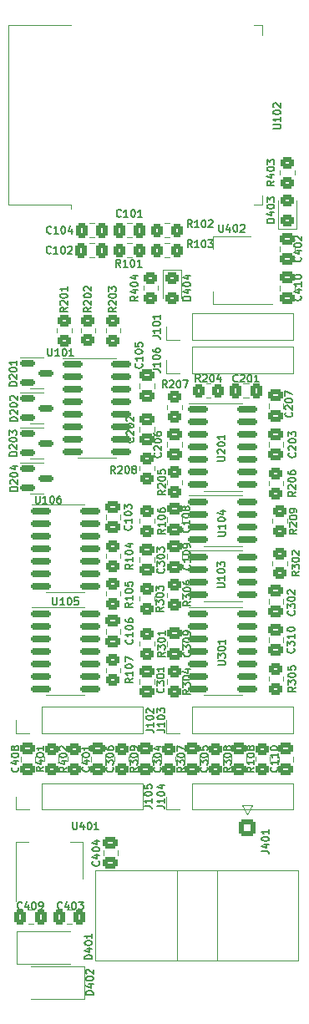
<source format=gbr>
%TF.GenerationSoftware,KiCad,Pcbnew,(6.0.0-0)*%
%TF.CreationDate,2022-01-16T08:37:53+00:00*%
%TF.ProjectId,curly-memory-kicad,6375726c-792d-46d6-956d-6f72792d6b69,rev?*%
%TF.SameCoordinates,Original*%
%TF.FileFunction,Legend,Top*%
%TF.FilePolarity,Positive*%
%FSLAX46Y46*%
G04 Gerber Fmt 4.6, Leading zero omitted, Abs format (unit mm)*
G04 Created by KiCad (PCBNEW (6.0.0-0)) date 2022-01-16 08:37:53*
%MOMM*%
%LPD*%
G01*
G04 APERTURE LIST*
G04 Aperture macros list*
%AMRoundRect*
0 Rectangle with rounded corners*
0 $1 Rounding radius*
0 $2 $3 $4 $5 $6 $7 $8 $9 X,Y pos of 4 corners*
0 Add a 4 corners polygon primitive as box body*
4,1,4,$2,$3,$4,$5,$6,$7,$8,$9,$2,$3,0*
0 Add four circle primitives for the rounded corners*
1,1,$1+$1,$2,$3*
1,1,$1+$1,$4,$5*
1,1,$1+$1,$6,$7*
1,1,$1+$1,$8,$9*
0 Add four rect primitives between the rounded corners*
20,1,$1+$1,$2,$3,$4,$5,0*
20,1,$1+$1,$4,$5,$6,$7,0*
20,1,$1+$1,$6,$7,$8,$9,0*
20,1,$1+$1,$8,$9,$2,$3,0*%
G04 Aperture macros list end*
%ADD10C,0.150000*%
%ADD11C,0.120000*%
%ADD12RoundRect,0.150000X-0.825000X-0.150000X0.825000X-0.150000X0.825000X0.150000X-0.825000X0.150000X0*%
%ADD13RoundRect,0.250000X0.450000X-0.350000X0.450000X0.350000X-0.450000X0.350000X-0.450000X-0.350000X0*%
%ADD14RoundRect,0.250000X-0.450000X0.350000X-0.450000X-0.350000X0.450000X-0.350000X0.450000X0.350000X0*%
%ADD15RoundRect,0.250000X-0.475000X0.337500X-0.475000X-0.337500X0.475000X-0.337500X0.475000X0.337500X0*%
%ADD16RoundRect,0.250000X-0.350000X-0.450000X0.350000X-0.450000X0.350000X0.450000X-0.350000X0.450000X0*%
%ADD17RoundRect,0.250000X0.475000X-0.337500X0.475000X0.337500X-0.475000X0.337500X-0.475000X-0.337500X0*%
%ADD18R,1.500000X2.000000*%
%ADD19R,3.800000X2.000000*%
%ADD20RoundRect,0.150000X-0.587500X-0.150000X0.587500X-0.150000X0.587500X0.150000X-0.587500X0.150000X0*%
%ADD21RoundRect,0.250000X0.337500X0.475000X-0.337500X0.475000X-0.337500X-0.475000X0.337500X-0.475000X0*%
%ADD22R,2.500000X1.800000*%
%ADD23RoundRect,0.250000X-0.600000X0.600000X-0.600000X-0.600000X0.600000X-0.600000X0.600000X0.600000X0*%
%ADD24C,1.700000*%
%ADD25R,1.700000X1.700000*%
%ADD26O,1.700000X1.700000*%
%ADD27RoundRect,0.250000X-0.450000X0.325000X-0.450000X-0.325000X0.450000X-0.325000X0.450000X0.325000X0*%
%ADD28R,0.900000X2.000000*%
%ADD29R,2.000000X0.900000*%
%ADD30R,5.000000X5.000000*%
%ADD31RoundRect,0.250000X-0.337500X-0.475000X0.337500X-0.475000X0.337500X0.475000X-0.337500X0.475000X0*%
%ADD32R,2.000000X1.500000*%
%ADD33R,2.000000X3.800000*%
%ADD34RoundRect,0.250000X0.350000X0.450000X-0.350000X0.450000X-0.350000X-0.450000X0.350000X-0.450000X0*%
%ADD35RoundRect,0.250000X0.450000X-0.325000X0.450000X0.325000X-0.450000X0.325000X-0.450000X-0.325000X0*%
G04 APERTURE END LIST*
D10*
%TO.C,U301*%
X21407885Y-65928714D02*
X22015028Y-65928714D01*
X22086457Y-65893000D01*
X22122171Y-65857285D01*
X22157885Y-65785857D01*
X22157885Y-65643000D01*
X22122171Y-65571571D01*
X22086457Y-65535857D01*
X22015028Y-65500142D01*
X21407885Y-65500142D01*
X21407885Y-65214428D02*
X21407885Y-64750142D01*
X21693600Y-65000142D01*
X21693600Y-64893000D01*
X21729314Y-64821571D01*
X21765028Y-64785857D01*
X21836457Y-64750142D01*
X22015028Y-64750142D01*
X22086457Y-64785857D01*
X22122171Y-64821571D01*
X22157885Y-64893000D01*
X22157885Y-65107285D01*
X22122171Y-65178714D01*
X22086457Y-65214428D01*
X21407885Y-64285857D02*
X21407885Y-64214428D01*
X21443600Y-64143000D01*
X21479314Y-64107285D01*
X21550742Y-64071571D01*
X21693600Y-64035857D01*
X21872171Y-64035857D01*
X22015028Y-64071571D01*
X22086457Y-64107285D01*
X22122171Y-64143000D01*
X22157885Y-64214428D01*
X22157885Y-64285857D01*
X22122171Y-64357285D01*
X22086457Y-64393000D01*
X22015028Y-64428714D01*
X21872171Y-64464428D01*
X21693600Y-64464428D01*
X21550742Y-64428714D01*
X21479314Y-64393000D01*
X21443600Y-64357285D01*
X21407885Y-64285857D01*
X22157885Y-63321571D02*
X22157885Y-63750142D01*
X22157885Y-63535857D02*
X21407885Y-63535857D01*
X21515028Y-63607285D01*
X21586457Y-63678714D01*
X21622171Y-63750142D01*
%TO.C,R303*%
X15884085Y-60046685D02*
X15526942Y-60296685D01*
X15884085Y-60475257D02*
X15134085Y-60475257D01*
X15134085Y-60189542D01*
X15169800Y-60118114D01*
X15205514Y-60082400D01*
X15276942Y-60046685D01*
X15384085Y-60046685D01*
X15455514Y-60082400D01*
X15491228Y-60118114D01*
X15526942Y-60189542D01*
X15526942Y-60475257D01*
X15134085Y-59796685D02*
X15134085Y-59332400D01*
X15419800Y-59582400D01*
X15419800Y-59475257D01*
X15455514Y-59403828D01*
X15491228Y-59368114D01*
X15562657Y-59332400D01*
X15741228Y-59332400D01*
X15812657Y-59368114D01*
X15848371Y-59403828D01*
X15884085Y-59475257D01*
X15884085Y-59689542D01*
X15848371Y-59760971D01*
X15812657Y-59796685D01*
X15134085Y-58868114D02*
X15134085Y-58796685D01*
X15169800Y-58725257D01*
X15205514Y-58689542D01*
X15276942Y-58653828D01*
X15419800Y-58618114D01*
X15598371Y-58618114D01*
X15741228Y-58653828D01*
X15812657Y-58689542D01*
X15848371Y-58725257D01*
X15884085Y-58796685D01*
X15884085Y-58868114D01*
X15848371Y-58939542D01*
X15812657Y-58975257D01*
X15741228Y-59010971D01*
X15598371Y-59046685D01*
X15419800Y-59046685D01*
X15276942Y-59010971D01*
X15205514Y-58975257D01*
X15169800Y-58939542D01*
X15134085Y-58868114D01*
X15134085Y-58368114D02*
X15134085Y-57903828D01*
X15419800Y-58153828D01*
X15419800Y-58046685D01*
X15455514Y-57975257D01*
X15491228Y-57939542D01*
X15562657Y-57903828D01*
X15741228Y-57903828D01*
X15812657Y-57939542D01*
X15848371Y-57975257D01*
X15884085Y-58046685D01*
X15884085Y-58260971D01*
X15848371Y-58332400D01*
X15812657Y-58368114D01*
%TO.C,R309*%
X13267885Y-76277285D02*
X12910742Y-76527285D01*
X13267885Y-76705857D02*
X12517885Y-76705857D01*
X12517885Y-76420142D01*
X12553600Y-76348714D01*
X12589314Y-76313000D01*
X12660742Y-76277285D01*
X12767885Y-76277285D01*
X12839314Y-76313000D01*
X12875028Y-76348714D01*
X12910742Y-76420142D01*
X12910742Y-76705857D01*
X12517885Y-76027285D02*
X12517885Y-75563000D01*
X12803600Y-75813000D01*
X12803600Y-75705857D01*
X12839314Y-75634428D01*
X12875028Y-75598714D01*
X12946457Y-75563000D01*
X13125028Y-75563000D01*
X13196457Y-75598714D01*
X13232171Y-75634428D01*
X13267885Y-75705857D01*
X13267885Y-75920142D01*
X13232171Y-75991571D01*
X13196457Y-76027285D01*
X12517885Y-75098714D02*
X12517885Y-75027285D01*
X12553600Y-74955857D01*
X12589314Y-74920142D01*
X12660742Y-74884428D01*
X12803600Y-74848714D01*
X12982171Y-74848714D01*
X13125028Y-74884428D01*
X13196457Y-74920142D01*
X13232171Y-74955857D01*
X13267885Y-75027285D01*
X13267885Y-75098714D01*
X13232171Y-75170142D01*
X13196457Y-75205857D01*
X13125028Y-75241571D01*
X12982171Y-75277285D01*
X12803600Y-75277285D01*
X12660742Y-75241571D01*
X12589314Y-75205857D01*
X12553600Y-75170142D01*
X12517885Y-75098714D01*
X13267885Y-74491571D02*
X13267885Y-74348714D01*
X13232171Y-74277285D01*
X13196457Y-74241571D01*
X13089314Y-74170142D01*
X12946457Y-74134428D01*
X12660742Y-74134428D01*
X12589314Y-74170142D01*
X12553600Y-74205857D01*
X12517885Y-74277285D01*
X12517885Y-74420142D01*
X12553600Y-74491571D01*
X12589314Y-74527285D01*
X12660742Y-74563000D01*
X12839314Y-74563000D01*
X12910742Y-74527285D01*
X12946457Y-74491571D01*
X12982171Y-74420142D01*
X12982171Y-74277285D01*
X12946457Y-74205857D01*
X12910742Y-74170142D01*
X12839314Y-74134428D01*
%TO.C,C105*%
X13704457Y-35357885D02*
X13740171Y-35393600D01*
X13775885Y-35500742D01*
X13775885Y-35572171D01*
X13740171Y-35679314D01*
X13668742Y-35750742D01*
X13597314Y-35786457D01*
X13454457Y-35822171D01*
X13347314Y-35822171D01*
X13204457Y-35786457D01*
X13133028Y-35750742D01*
X13061600Y-35679314D01*
X13025885Y-35572171D01*
X13025885Y-35500742D01*
X13061600Y-35393600D01*
X13097314Y-35357885D01*
X13775885Y-34643600D02*
X13775885Y-35072171D01*
X13775885Y-34857885D02*
X13025885Y-34857885D01*
X13133028Y-34929314D01*
X13204457Y-35000742D01*
X13240171Y-35072171D01*
X13025885Y-34179314D02*
X13025885Y-34107885D01*
X13061600Y-34036457D01*
X13097314Y-34000742D01*
X13168742Y-33965028D01*
X13311600Y-33929314D01*
X13490171Y-33929314D01*
X13633028Y-33965028D01*
X13704457Y-34000742D01*
X13740171Y-34036457D01*
X13775885Y-34107885D01*
X13775885Y-34179314D01*
X13740171Y-34250742D01*
X13704457Y-34286457D01*
X13633028Y-34322171D01*
X13490171Y-34357885D01*
X13311600Y-34357885D01*
X13168742Y-34322171D01*
X13097314Y-34286457D01*
X13061600Y-34250742D01*
X13025885Y-34179314D01*
X13025885Y-33250742D02*
X13025885Y-33607885D01*
X13383028Y-33643600D01*
X13347314Y-33607885D01*
X13311600Y-33536457D01*
X13311600Y-33357885D01*
X13347314Y-33286457D01*
X13383028Y-33250742D01*
X13454457Y-33215028D01*
X13633028Y-33215028D01*
X13704457Y-33250742D01*
X13740171Y-33286457D01*
X13775885Y-33357885D01*
X13775885Y-33536457D01*
X13740171Y-33607885D01*
X13704457Y-33643600D01*
%TO.C,R201*%
X6155885Y-29693685D02*
X5798742Y-29943685D01*
X6155885Y-30122257D02*
X5405885Y-30122257D01*
X5405885Y-29836542D01*
X5441600Y-29765114D01*
X5477314Y-29729400D01*
X5548742Y-29693685D01*
X5655885Y-29693685D01*
X5727314Y-29729400D01*
X5763028Y-29765114D01*
X5798742Y-29836542D01*
X5798742Y-30122257D01*
X5477314Y-29407971D02*
X5441600Y-29372257D01*
X5405885Y-29300828D01*
X5405885Y-29122257D01*
X5441600Y-29050828D01*
X5477314Y-29015114D01*
X5548742Y-28979400D01*
X5620171Y-28979400D01*
X5727314Y-29015114D01*
X6155885Y-29443685D01*
X6155885Y-28979400D01*
X5405885Y-28515114D02*
X5405885Y-28443685D01*
X5441600Y-28372257D01*
X5477314Y-28336542D01*
X5548742Y-28300828D01*
X5691600Y-28265114D01*
X5870171Y-28265114D01*
X6013028Y-28300828D01*
X6084457Y-28336542D01*
X6120171Y-28372257D01*
X6155885Y-28443685D01*
X6155885Y-28515114D01*
X6120171Y-28586542D01*
X6084457Y-28622257D01*
X6013028Y-28657971D01*
X5870171Y-28693685D01*
X5691600Y-28693685D01*
X5548742Y-28657971D01*
X5477314Y-28622257D01*
X5441600Y-28586542D01*
X5405885Y-28515114D01*
X6155885Y-27550828D02*
X6155885Y-27979400D01*
X6155885Y-27765114D02*
X5405885Y-27765114D01*
X5513028Y-27836542D01*
X5584457Y-27907971D01*
X5620171Y-27979400D01*
%TO.C,R209*%
X29422285Y-52172685D02*
X29065142Y-52422685D01*
X29422285Y-52601257D02*
X28672285Y-52601257D01*
X28672285Y-52315542D01*
X28708000Y-52244114D01*
X28743714Y-52208400D01*
X28815142Y-52172685D01*
X28922285Y-52172685D01*
X28993714Y-52208400D01*
X29029428Y-52244114D01*
X29065142Y-52315542D01*
X29065142Y-52601257D01*
X28743714Y-51886971D02*
X28708000Y-51851257D01*
X28672285Y-51779828D01*
X28672285Y-51601257D01*
X28708000Y-51529828D01*
X28743714Y-51494114D01*
X28815142Y-51458400D01*
X28886571Y-51458400D01*
X28993714Y-51494114D01*
X29422285Y-51922685D01*
X29422285Y-51458400D01*
X28672285Y-50994114D02*
X28672285Y-50922685D01*
X28708000Y-50851257D01*
X28743714Y-50815542D01*
X28815142Y-50779828D01*
X28958000Y-50744114D01*
X29136571Y-50744114D01*
X29279428Y-50779828D01*
X29350857Y-50815542D01*
X29386571Y-50851257D01*
X29422285Y-50922685D01*
X29422285Y-50994114D01*
X29386571Y-51065542D01*
X29350857Y-51101257D01*
X29279428Y-51136971D01*
X29136571Y-51172685D01*
X28958000Y-51172685D01*
X28815142Y-51136971D01*
X28743714Y-51101257D01*
X28708000Y-51065542D01*
X28672285Y-50994114D01*
X29422285Y-50386971D02*
X29422285Y-50244114D01*
X29386571Y-50172685D01*
X29350857Y-50136971D01*
X29243714Y-50065542D01*
X29100857Y-50029828D01*
X28815142Y-50029828D01*
X28743714Y-50065542D01*
X28708000Y-50101257D01*
X28672285Y-50172685D01*
X28672285Y-50315542D01*
X28708000Y-50386971D01*
X28743714Y-50422685D01*
X28815142Y-50458400D01*
X28993714Y-50458400D01*
X29065142Y-50422685D01*
X29100857Y-50386971D01*
X29136571Y-50315542D01*
X29136571Y-50172685D01*
X29100857Y-50101257D01*
X29065142Y-50065542D01*
X28993714Y-50029828D01*
%TO.C,C410*%
X29808057Y-28499885D02*
X29843771Y-28535600D01*
X29879485Y-28642742D01*
X29879485Y-28714171D01*
X29843771Y-28821314D01*
X29772342Y-28892742D01*
X29700914Y-28928457D01*
X29558057Y-28964171D01*
X29450914Y-28964171D01*
X29308057Y-28928457D01*
X29236628Y-28892742D01*
X29165200Y-28821314D01*
X29129485Y-28714171D01*
X29129485Y-28642742D01*
X29165200Y-28535600D01*
X29200914Y-28499885D01*
X29379485Y-27857028D02*
X29879485Y-27857028D01*
X29093771Y-28035600D02*
X29629485Y-28214171D01*
X29629485Y-27749885D01*
X29879485Y-27071314D02*
X29879485Y-27499885D01*
X29879485Y-27285600D02*
X29129485Y-27285600D01*
X29236628Y-27357028D01*
X29308057Y-27428457D01*
X29343771Y-27499885D01*
X29129485Y-26607028D02*
X29129485Y-26535600D01*
X29165200Y-26464171D01*
X29200914Y-26428457D01*
X29272342Y-26392742D01*
X29415200Y-26357028D01*
X29593771Y-26357028D01*
X29736628Y-26392742D01*
X29808057Y-26428457D01*
X29843771Y-26464171D01*
X29879485Y-26535600D01*
X29879485Y-26607028D01*
X29843771Y-26678457D01*
X29808057Y-26714171D01*
X29736628Y-26749885D01*
X29593771Y-26785600D01*
X29415200Y-26785600D01*
X29272342Y-26749885D01*
X29200914Y-26714171D01*
X29165200Y-26678457D01*
X29129485Y-26607028D01*
%TO.C,R103*%
X18769514Y-23580285D02*
X18519514Y-23223142D01*
X18340942Y-23580285D02*
X18340942Y-22830285D01*
X18626657Y-22830285D01*
X18698085Y-22866000D01*
X18733800Y-22901714D01*
X18769514Y-22973142D01*
X18769514Y-23080285D01*
X18733800Y-23151714D01*
X18698085Y-23187428D01*
X18626657Y-23223142D01*
X18340942Y-23223142D01*
X19483800Y-23580285D02*
X19055228Y-23580285D01*
X19269514Y-23580285D02*
X19269514Y-22830285D01*
X19198085Y-22937428D01*
X19126657Y-23008857D01*
X19055228Y-23044571D01*
X19948085Y-22830285D02*
X20019514Y-22830285D01*
X20090942Y-22866000D01*
X20126657Y-22901714D01*
X20162371Y-22973142D01*
X20198085Y-23116000D01*
X20198085Y-23294571D01*
X20162371Y-23437428D01*
X20126657Y-23508857D01*
X20090942Y-23544571D01*
X20019514Y-23580285D01*
X19948085Y-23580285D01*
X19876657Y-23544571D01*
X19840942Y-23508857D01*
X19805228Y-23437428D01*
X19769514Y-23294571D01*
X19769514Y-23116000D01*
X19805228Y-22973142D01*
X19840942Y-22901714D01*
X19876657Y-22866000D01*
X19948085Y-22830285D01*
X20448085Y-22830285D02*
X20912371Y-22830285D01*
X20662371Y-23116000D01*
X20769514Y-23116000D01*
X20840942Y-23151714D01*
X20876657Y-23187428D01*
X20912371Y-23258857D01*
X20912371Y-23437428D01*
X20876657Y-23508857D01*
X20840942Y-23544571D01*
X20769514Y-23580285D01*
X20555228Y-23580285D01*
X20483800Y-23544571D01*
X20448085Y-23508857D01*
%TO.C,U106*%
X2930685Y-48763685D02*
X2930685Y-49370828D01*
X2966400Y-49442257D01*
X3002114Y-49477971D01*
X3073542Y-49513685D01*
X3216400Y-49513685D01*
X3287828Y-49477971D01*
X3323542Y-49442257D01*
X3359257Y-49370828D01*
X3359257Y-48763685D01*
X4109257Y-49513685D02*
X3680685Y-49513685D01*
X3894971Y-49513685D02*
X3894971Y-48763685D01*
X3823542Y-48870828D01*
X3752114Y-48942257D01*
X3680685Y-48977971D01*
X4573542Y-48763685D02*
X4644971Y-48763685D01*
X4716400Y-48799400D01*
X4752114Y-48835114D01*
X4787828Y-48906542D01*
X4823542Y-49049400D01*
X4823542Y-49227971D01*
X4787828Y-49370828D01*
X4752114Y-49442257D01*
X4716400Y-49477971D01*
X4644971Y-49513685D01*
X4573542Y-49513685D01*
X4502114Y-49477971D01*
X4466400Y-49442257D01*
X4430685Y-49370828D01*
X4394971Y-49227971D01*
X4394971Y-49049400D01*
X4430685Y-48906542D01*
X4466400Y-48835114D01*
X4502114Y-48799400D01*
X4573542Y-48763685D01*
X5466400Y-48763685D02*
X5323542Y-48763685D01*
X5252114Y-48799400D01*
X5216400Y-48835114D01*
X5144971Y-48942257D01*
X5109257Y-49085114D01*
X5109257Y-49370828D01*
X5144971Y-49442257D01*
X5180685Y-49477971D01*
X5252114Y-49513685D01*
X5394971Y-49513685D01*
X5466400Y-49477971D01*
X5502114Y-49442257D01*
X5537828Y-49370828D01*
X5537828Y-49192257D01*
X5502114Y-49120828D01*
X5466400Y-49085114D01*
X5394971Y-49049400D01*
X5252114Y-49049400D01*
X5180685Y-49085114D01*
X5144971Y-49120828D01*
X5109257Y-49192257D01*
%TO.C,R304*%
X18601885Y-68424785D02*
X18244742Y-68674785D01*
X18601885Y-68853357D02*
X17851885Y-68853357D01*
X17851885Y-68567642D01*
X17887600Y-68496214D01*
X17923314Y-68460500D01*
X17994742Y-68424785D01*
X18101885Y-68424785D01*
X18173314Y-68460500D01*
X18209028Y-68496214D01*
X18244742Y-68567642D01*
X18244742Y-68853357D01*
X17851885Y-68174785D02*
X17851885Y-67710500D01*
X18137600Y-67960500D01*
X18137600Y-67853357D01*
X18173314Y-67781928D01*
X18209028Y-67746214D01*
X18280457Y-67710500D01*
X18459028Y-67710500D01*
X18530457Y-67746214D01*
X18566171Y-67781928D01*
X18601885Y-67853357D01*
X18601885Y-68067642D01*
X18566171Y-68139071D01*
X18530457Y-68174785D01*
X17851885Y-67246214D02*
X17851885Y-67174785D01*
X17887600Y-67103357D01*
X17923314Y-67067642D01*
X17994742Y-67031928D01*
X18137600Y-66996214D01*
X18316171Y-66996214D01*
X18459028Y-67031928D01*
X18530457Y-67067642D01*
X18566171Y-67103357D01*
X18601885Y-67174785D01*
X18601885Y-67246214D01*
X18566171Y-67317642D01*
X18530457Y-67353357D01*
X18459028Y-67389071D01*
X18316171Y-67424785D01*
X18137600Y-67424785D01*
X17994742Y-67389071D01*
X17923314Y-67353357D01*
X17887600Y-67317642D01*
X17851885Y-67246214D01*
X18101885Y-66353357D02*
X18601885Y-66353357D01*
X17816171Y-66531928D02*
X18351885Y-66710500D01*
X18351885Y-66246214D01*
%TO.C,R404*%
X13294285Y-28525285D02*
X12937142Y-28775285D01*
X13294285Y-28953857D02*
X12544285Y-28953857D01*
X12544285Y-28668142D01*
X12580000Y-28596714D01*
X12615714Y-28561000D01*
X12687142Y-28525285D01*
X12794285Y-28525285D01*
X12865714Y-28561000D01*
X12901428Y-28596714D01*
X12937142Y-28668142D01*
X12937142Y-28953857D01*
X12794285Y-27882428D02*
X13294285Y-27882428D01*
X12508571Y-28061000D02*
X13044285Y-28239571D01*
X13044285Y-27775285D01*
X12544285Y-27346714D02*
X12544285Y-27275285D01*
X12580000Y-27203857D01*
X12615714Y-27168142D01*
X12687142Y-27132428D01*
X12830000Y-27096714D01*
X13008571Y-27096714D01*
X13151428Y-27132428D01*
X13222857Y-27168142D01*
X13258571Y-27203857D01*
X13294285Y-27275285D01*
X13294285Y-27346714D01*
X13258571Y-27418142D01*
X13222857Y-27453857D01*
X13151428Y-27489571D01*
X13008571Y-27525285D01*
X12830000Y-27525285D01*
X12687142Y-27489571D01*
X12615714Y-27453857D01*
X12580000Y-27418142D01*
X12544285Y-27346714D01*
X12794285Y-26453857D02*
X13294285Y-26453857D01*
X12508571Y-26632428D02*
X13044285Y-26811000D01*
X13044285Y-26346714D01*
%TO.C,C401*%
X8345057Y-76251885D02*
X8380771Y-76287600D01*
X8416485Y-76394742D01*
X8416485Y-76466171D01*
X8380771Y-76573314D01*
X8309342Y-76644742D01*
X8237914Y-76680457D01*
X8095057Y-76716171D01*
X7987914Y-76716171D01*
X7845057Y-76680457D01*
X7773628Y-76644742D01*
X7702200Y-76573314D01*
X7666485Y-76466171D01*
X7666485Y-76394742D01*
X7702200Y-76287600D01*
X7737914Y-76251885D01*
X7916485Y-75609028D02*
X8416485Y-75609028D01*
X7630771Y-75787600D02*
X8166485Y-75966171D01*
X8166485Y-75501885D01*
X7666485Y-75073314D02*
X7666485Y-75001885D01*
X7702200Y-74930457D01*
X7737914Y-74894742D01*
X7809342Y-74859028D01*
X7952200Y-74823314D01*
X8130771Y-74823314D01*
X8273628Y-74859028D01*
X8345057Y-74894742D01*
X8380771Y-74930457D01*
X8416485Y-75001885D01*
X8416485Y-75073314D01*
X8380771Y-75144742D01*
X8345057Y-75180457D01*
X8273628Y-75216171D01*
X8130771Y-75251885D01*
X7952200Y-75251885D01*
X7809342Y-75216171D01*
X7737914Y-75180457D01*
X7702200Y-75144742D01*
X7666485Y-75073314D01*
X8416485Y-74109028D02*
X8416485Y-74537600D01*
X8416485Y-74323314D02*
X7666485Y-74323314D01*
X7773628Y-74394742D01*
X7845057Y-74466171D01*
X7880771Y-74537600D01*
%TO.C,U401*%
X6715285Y-81834485D02*
X6715285Y-82441628D01*
X6751000Y-82513057D01*
X6786714Y-82548771D01*
X6858142Y-82584485D01*
X7001000Y-82584485D01*
X7072428Y-82548771D01*
X7108142Y-82513057D01*
X7143857Y-82441628D01*
X7143857Y-81834485D01*
X7822428Y-82084485D02*
X7822428Y-82584485D01*
X7643857Y-81798771D02*
X7465285Y-82334485D01*
X7929571Y-82334485D01*
X8358142Y-81834485D02*
X8429571Y-81834485D01*
X8501000Y-81870200D01*
X8536714Y-81905914D01*
X8572428Y-81977342D01*
X8608142Y-82120200D01*
X8608142Y-82298771D01*
X8572428Y-82441628D01*
X8536714Y-82513057D01*
X8501000Y-82548771D01*
X8429571Y-82584485D01*
X8358142Y-82584485D01*
X8286714Y-82548771D01*
X8251000Y-82513057D01*
X8215285Y-82441628D01*
X8179571Y-82298771D01*
X8179571Y-82120200D01*
X8215285Y-81977342D01*
X8251000Y-81905914D01*
X8286714Y-81870200D01*
X8358142Y-81834485D01*
X9322428Y-82584485D02*
X8893857Y-82584485D01*
X9108142Y-82584485D02*
X9108142Y-81834485D01*
X9036714Y-81941628D01*
X8965285Y-82013057D01*
X8893857Y-82048771D01*
%TO.C,D203*%
X1050485Y-44701857D02*
X300485Y-44701857D01*
X300485Y-44523285D01*
X336199Y-44416142D01*
X407628Y-44344714D01*
X479057Y-44309000D01*
X621914Y-44273285D01*
X729057Y-44273285D01*
X871914Y-44309000D01*
X943342Y-44344714D01*
X1014771Y-44416142D01*
X1050485Y-44523285D01*
X1050485Y-44701857D01*
X371914Y-43987571D02*
X336199Y-43951857D01*
X300485Y-43880428D01*
X300485Y-43701857D01*
X336200Y-43630428D01*
X371914Y-43594714D01*
X443342Y-43559000D01*
X514771Y-43559000D01*
X621914Y-43594714D01*
X1050485Y-44023285D01*
X1050485Y-43559000D01*
X300485Y-43094714D02*
X300485Y-43023285D01*
X336200Y-42951857D01*
X371914Y-42916142D01*
X443342Y-42880428D01*
X586200Y-42844714D01*
X764771Y-42844714D01*
X907628Y-42880428D01*
X979057Y-42916142D01*
X1014771Y-42951857D01*
X1050485Y-43023285D01*
X1050485Y-43094714D01*
X1014771Y-43166142D01*
X979057Y-43201857D01*
X907628Y-43237571D01*
X764771Y-43273285D01*
X586200Y-43273285D01*
X443342Y-43237571D01*
X371914Y-43201857D01*
X336200Y-43166142D01*
X300485Y-43094714D01*
X300485Y-42594714D02*
X300485Y-42130428D01*
X586200Y-42380428D01*
X586200Y-42273285D01*
X621914Y-42201857D01*
X657628Y-42166142D01*
X729057Y-42130428D01*
X907628Y-42130428D01*
X979057Y-42166142D01*
X1014771Y-42201857D01*
X1050485Y-42273285D01*
X1050485Y-42487571D01*
X1014771Y-42559000D01*
X979057Y-42594714D01*
%TO.C,C201*%
X23417714Y-37153257D02*
X23382000Y-37188971D01*
X23274857Y-37224685D01*
X23203428Y-37224685D01*
X23096285Y-37188971D01*
X23024857Y-37117542D01*
X22989142Y-37046114D01*
X22953428Y-36903257D01*
X22953428Y-36796114D01*
X22989142Y-36653257D01*
X23024857Y-36581828D01*
X23096285Y-36510400D01*
X23203428Y-36474685D01*
X23274857Y-36474685D01*
X23382000Y-36510400D01*
X23417714Y-36546114D01*
X23703428Y-36546114D02*
X23739142Y-36510400D01*
X23810571Y-36474685D01*
X23989142Y-36474685D01*
X24060571Y-36510400D01*
X24096285Y-36546114D01*
X24132000Y-36617542D01*
X24132000Y-36688971D01*
X24096285Y-36796114D01*
X23667714Y-37224685D01*
X24132000Y-37224685D01*
X24596285Y-36474685D02*
X24667714Y-36474685D01*
X24739142Y-36510400D01*
X24774857Y-36546114D01*
X24810571Y-36617542D01*
X24846285Y-36760400D01*
X24846285Y-36938971D01*
X24810571Y-37081828D01*
X24774857Y-37153257D01*
X24739142Y-37188971D01*
X24667714Y-37224685D01*
X24596285Y-37224685D01*
X24524857Y-37188971D01*
X24489142Y-37153257D01*
X24453428Y-37081828D01*
X24417714Y-36938971D01*
X24417714Y-36760400D01*
X24453428Y-36617542D01*
X24489142Y-36546114D01*
X24524857Y-36510400D01*
X24596285Y-36474685D01*
X25560571Y-37224685D02*
X25132000Y-37224685D01*
X25346285Y-37224685D02*
X25346285Y-36474685D01*
X25274857Y-36581828D01*
X25203428Y-36653257D01*
X25132000Y-36688971D01*
%TO.C,C404*%
X9361057Y-85802285D02*
X9396771Y-85838000D01*
X9432485Y-85945142D01*
X9432485Y-86016571D01*
X9396771Y-86123714D01*
X9325342Y-86195142D01*
X9253914Y-86230857D01*
X9111057Y-86266571D01*
X9003914Y-86266571D01*
X8861057Y-86230857D01*
X8789628Y-86195142D01*
X8718200Y-86123714D01*
X8682485Y-86016571D01*
X8682485Y-85945142D01*
X8718200Y-85838000D01*
X8753914Y-85802285D01*
X8932485Y-85159428D02*
X9432485Y-85159428D01*
X8646771Y-85338000D02*
X9182485Y-85516571D01*
X9182485Y-85052285D01*
X8682485Y-84623714D02*
X8682485Y-84552285D01*
X8718200Y-84480857D01*
X8753914Y-84445142D01*
X8825342Y-84409428D01*
X8968200Y-84373714D01*
X9146771Y-84373714D01*
X9289628Y-84409428D01*
X9361057Y-84445142D01*
X9396771Y-84480857D01*
X9432485Y-84552285D01*
X9432485Y-84623714D01*
X9396771Y-84695142D01*
X9361057Y-84730857D01*
X9289628Y-84766571D01*
X9146771Y-84802285D01*
X8968200Y-84802285D01*
X8825342Y-84766571D01*
X8753914Y-84730857D01*
X8718200Y-84695142D01*
X8682485Y-84623714D01*
X8932485Y-83730857D02*
X9432485Y-83730857D01*
X8646771Y-83909428D02*
X9182485Y-84088000D01*
X9182485Y-83623714D01*
%TO.C,D401*%
X8670485Y-95730457D02*
X7920485Y-95730457D01*
X7920485Y-95551885D01*
X7956200Y-95444742D01*
X8027628Y-95373314D01*
X8099057Y-95337600D01*
X8241914Y-95301885D01*
X8349057Y-95301885D01*
X8491914Y-95337600D01*
X8563342Y-95373314D01*
X8634771Y-95444742D01*
X8670485Y-95551885D01*
X8670485Y-95730457D01*
X8170485Y-94659028D02*
X8670485Y-94659028D01*
X7884771Y-94837600D02*
X8420485Y-95016171D01*
X8420485Y-94551885D01*
X7920485Y-94123314D02*
X7920485Y-94051885D01*
X7956200Y-93980457D01*
X7991914Y-93944742D01*
X8063342Y-93909028D01*
X8206200Y-93873314D01*
X8384771Y-93873314D01*
X8527628Y-93909028D01*
X8599057Y-93944742D01*
X8634771Y-93980457D01*
X8670485Y-94051885D01*
X8670485Y-94123314D01*
X8634771Y-94194742D01*
X8599057Y-94230457D01*
X8527628Y-94266171D01*
X8384771Y-94301885D01*
X8206200Y-94301885D01*
X8063342Y-94266171D01*
X7991914Y-94230457D01*
X7956200Y-94194742D01*
X7920485Y-94123314D01*
X8670485Y-93159028D02*
X8670485Y-93587600D01*
X8670485Y-93373314D02*
X7920485Y-93373314D01*
X8027628Y-93444742D01*
X8099057Y-93516171D01*
X8134771Y-93587600D01*
%TO.C,R307*%
X18043085Y-76277285D02*
X17685942Y-76527285D01*
X18043085Y-76705857D02*
X17293085Y-76705857D01*
X17293085Y-76420142D01*
X17328800Y-76348714D01*
X17364514Y-76313000D01*
X17435942Y-76277285D01*
X17543085Y-76277285D01*
X17614514Y-76313000D01*
X17650228Y-76348714D01*
X17685942Y-76420142D01*
X17685942Y-76705857D01*
X17293085Y-76027285D02*
X17293085Y-75563000D01*
X17578800Y-75813000D01*
X17578800Y-75705857D01*
X17614514Y-75634428D01*
X17650228Y-75598714D01*
X17721657Y-75563000D01*
X17900228Y-75563000D01*
X17971657Y-75598714D01*
X18007371Y-75634428D01*
X18043085Y-75705857D01*
X18043085Y-75920142D01*
X18007371Y-75991571D01*
X17971657Y-76027285D01*
X17293085Y-75098714D02*
X17293085Y-75027285D01*
X17328800Y-74955857D01*
X17364514Y-74920142D01*
X17435942Y-74884428D01*
X17578800Y-74848714D01*
X17757371Y-74848714D01*
X17900228Y-74884428D01*
X17971657Y-74920142D01*
X18007371Y-74955857D01*
X18043085Y-75027285D01*
X18043085Y-75098714D01*
X18007371Y-75170142D01*
X17971657Y-75205857D01*
X17900228Y-75241571D01*
X17757371Y-75277285D01*
X17578800Y-75277285D01*
X17435942Y-75241571D01*
X17364514Y-75205857D01*
X17328800Y-75170142D01*
X17293085Y-75098714D01*
X17293085Y-74598714D02*
X17293085Y-74098714D01*
X18043085Y-74420142D01*
%TO.C,J401*%
X25852885Y-84784285D02*
X26388600Y-84784285D01*
X26495742Y-84820000D01*
X26567171Y-84891428D01*
X26602885Y-84998571D01*
X26602885Y-85070000D01*
X26102885Y-84105714D02*
X26602885Y-84105714D01*
X25817171Y-84284285D02*
X26352885Y-84462857D01*
X26352885Y-83998571D01*
X25852885Y-83570000D02*
X25852885Y-83498571D01*
X25888600Y-83427142D01*
X25924314Y-83391428D01*
X25995742Y-83355714D01*
X26138600Y-83320000D01*
X26317171Y-83320000D01*
X26460028Y-83355714D01*
X26531457Y-83391428D01*
X26567171Y-83427142D01*
X26602885Y-83498571D01*
X26602885Y-83570000D01*
X26567171Y-83641428D01*
X26531457Y-83677142D01*
X26460028Y-83712857D01*
X26317171Y-83748571D01*
X26138600Y-83748571D01*
X25995742Y-83712857D01*
X25924314Y-83677142D01*
X25888600Y-83641428D01*
X25852885Y-83570000D01*
X26602885Y-82605714D02*
X26602885Y-83034285D01*
X26602885Y-82820000D02*
X25852885Y-82820000D01*
X25960028Y-82891428D01*
X26031457Y-82962857D01*
X26067171Y-83034285D01*
%TO.C,J101*%
X14799285Y-32564285D02*
X15335000Y-32564285D01*
X15442142Y-32600000D01*
X15513571Y-32671428D01*
X15549285Y-32778571D01*
X15549285Y-32850000D01*
X15549285Y-31814285D02*
X15549285Y-32242857D01*
X15549285Y-32028571D02*
X14799285Y-32028571D01*
X14906428Y-32100000D01*
X14977857Y-32171428D01*
X15013571Y-32242857D01*
X14799285Y-31350000D02*
X14799285Y-31278571D01*
X14835000Y-31207142D01*
X14870714Y-31171428D01*
X14942142Y-31135714D01*
X15085000Y-31100000D01*
X15263571Y-31100000D01*
X15406428Y-31135714D01*
X15477857Y-31171428D01*
X15513571Y-31207142D01*
X15549285Y-31278571D01*
X15549285Y-31350000D01*
X15513571Y-31421428D01*
X15477857Y-31457142D01*
X15406428Y-31492857D01*
X15263571Y-31528571D01*
X15085000Y-31528571D01*
X14942142Y-31492857D01*
X14870714Y-31457142D01*
X14835000Y-31421428D01*
X14799285Y-31350000D01*
X15549285Y-30385714D02*
X15549285Y-30814285D01*
X15549285Y-30600000D02*
X14799285Y-30600000D01*
X14906428Y-30671428D01*
X14977857Y-30742857D01*
X15013571Y-30814285D01*
%TO.C,U103*%
X21357085Y-58054714D02*
X21964228Y-58054714D01*
X22035657Y-58019000D01*
X22071371Y-57983285D01*
X22107085Y-57911857D01*
X22107085Y-57769000D01*
X22071371Y-57697571D01*
X22035657Y-57661857D01*
X21964228Y-57626142D01*
X21357085Y-57626142D01*
X22107085Y-56876142D02*
X22107085Y-57304714D01*
X22107085Y-57090428D02*
X21357085Y-57090428D01*
X21464228Y-57161857D01*
X21535657Y-57233285D01*
X21571371Y-57304714D01*
X21357085Y-56411857D02*
X21357085Y-56340428D01*
X21392800Y-56269000D01*
X21428514Y-56233285D01*
X21499942Y-56197571D01*
X21642800Y-56161857D01*
X21821371Y-56161857D01*
X21964228Y-56197571D01*
X22035657Y-56233285D01*
X22071371Y-56269000D01*
X22107085Y-56340428D01*
X22107085Y-56411857D01*
X22071371Y-56483285D01*
X22035657Y-56519000D01*
X21964228Y-56554714D01*
X21821371Y-56590428D01*
X21642800Y-56590428D01*
X21499942Y-56554714D01*
X21428514Y-56519000D01*
X21392800Y-56483285D01*
X21357085Y-56411857D01*
X21357085Y-55911857D02*
X21357085Y-55447571D01*
X21642800Y-55697571D01*
X21642800Y-55590428D01*
X21678514Y-55519000D01*
X21714228Y-55483285D01*
X21785657Y-55447571D01*
X21964228Y-55447571D01*
X22035657Y-55483285D01*
X22071371Y-55519000D01*
X22107085Y-55590428D01*
X22107085Y-55804714D01*
X22071371Y-55876142D01*
X22035657Y-55911857D01*
%TO.C,C310*%
X29122257Y-64212285D02*
X29157971Y-64248000D01*
X29193685Y-64355142D01*
X29193685Y-64426571D01*
X29157971Y-64533714D01*
X29086542Y-64605142D01*
X29015114Y-64640857D01*
X28872257Y-64676571D01*
X28765114Y-64676571D01*
X28622257Y-64640857D01*
X28550828Y-64605142D01*
X28479400Y-64533714D01*
X28443685Y-64426571D01*
X28443685Y-64355142D01*
X28479400Y-64248000D01*
X28515114Y-64212285D01*
X28443685Y-63962285D02*
X28443685Y-63498000D01*
X28729400Y-63748000D01*
X28729400Y-63640857D01*
X28765114Y-63569428D01*
X28800828Y-63533714D01*
X28872257Y-63498000D01*
X29050828Y-63498000D01*
X29122257Y-63533714D01*
X29157971Y-63569428D01*
X29193685Y-63640857D01*
X29193685Y-63855142D01*
X29157971Y-63926571D01*
X29122257Y-63962285D01*
X29193685Y-62783714D02*
X29193685Y-63212285D01*
X29193685Y-62998000D02*
X28443685Y-62998000D01*
X28550828Y-63069428D01*
X28622257Y-63140857D01*
X28657971Y-63212285D01*
X28443685Y-62319428D02*
X28443685Y-62248000D01*
X28479400Y-62176571D01*
X28515114Y-62140857D01*
X28586542Y-62105142D01*
X28729400Y-62069428D01*
X28907971Y-62069428D01*
X29050828Y-62105142D01*
X29122257Y-62140857D01*
X29157971Y-62176571D01*
X29193685Y-62248000D01*
X29193685Y-62319428D01*
X29157971Y-62390857D01*
X29122257Y-62426571D01*
X29050828Y-62462285D01*
X28907971Y-62498000D01*
X28729400Y-62498000D01*
X28586542Y-62462285D01*
X28515114Y-62426571D01*
X28479400Y-62390857D01*
X28443685Y-62319428D01*
%TO.C,C408*%
X1151677Y-76277285D02*
X1187391Y-76313000D01*
X1223105Y-76420142D01*
X1223105Y-76491571D01*
X1187391Y-76598714D01*
X1115962Y-76670142D01*
X1044534Y-76705857D01*
X901677Y-76741571D01*
X794534Y-76741571D01*
X651677Y-76705857D01*
X580248Y-76670142D01*
X508819Y-76598714D01*
X473105Y-76491571D01*
X473105Y-76420142D01*
X508819Y-76313000D01*
X544534Y-76277285D01*
X723105Y-75634428D02*
X1223105Y-75634428D01*
X437391Y-75813000D02*
X973105Y-75991571D01*
X973105Y-75527285D01*
X473105Y-75098714D02*
X473105Y-75027285D01*
X508820Y-74955857D01*
X544534Y-74920142D01*
X615962Y-74884428D01*
X758820Y-74848714D01*
X937391Y-74848714D01*
X1080248Y-74884428D01*
X1151677Y-74920142D01*
X1187391Y-74955857D01*
X1223105Y-75027285D01*
X1223105Y-75098714D01*
X1187391Y-75170142D01*
X1151677Y-75205857D01*
X1080248Y-75241571D01*
X937391Y-75277285D01*
X758820Y-75277285D01*
X615962Y-75241571D01*
X544534Y-75205857D01*
X508820Y-75170142D01*
X473105Y-75098714D01*
X794534Y-74420142D02*
X758820Y-74491571D01*
X723105Y-74527285D01*
X651677Y-74563000D01*
X615962Y-74563000D01*
X544534Y-74527285D01*
X508820Y-74491571D01*
X473105Y-74420142D01*
X473105Y-74277285D01*
X508820Y-74205857D01*
X544534Y-74170142D01*
X615962Y-74134428D01*
X651677Y-74134428D01*
X723105Y-74170142D01*
X758820Y-74205857D01*
X794534Y-74277285D01*
X794534Y-74420142D01*
X830248Y-74491571D01*
X865962Y-74527285D01*
X937391Y-74563000D01*
X1080248Y-74563000D01*
X1151677Y-74527285D01*
X1187391Y-74491571D01*
X1223105Y-74420142D01*
X1223105Y-74277285D01*
X1187391Y-74205857D01*
X1151677Y-74170142D01*
X1080248Y-74134428D01*
X937391Y-74134428D01*
X865962Y-74170142D01*
X830248Y-74205857D01*
X794534Y-74277285D01*
%TO.C,R104*%
X12784285Y-55703285D02*
X12427142Y-55953285D01*
X12784285Y-56131857D02*
X12034285Y-56131857D01*
X12034285Y-55846142D01*
X12070000Y-55774714D01*
X12105714Y-55739000D01*
X12177142Y-55703285D01*
X12284285Y-55703285D01*
X12355714Y-55739000D01*
X12391428Y-55774714D01*
X12427142Y-55846142D01*
X12427142Y-56131857D01*
X12784285Y-54989000D02*
X12784285Y-55417571D01*
X12784285Y-55203285D02*
X12034285Y-55203285D01*
X12141428Y-55274714D01*
X12212857Y-55346142D01*
X12248571Y-55417571D01*
X12034285Y-54524714D02*
X12034285Y-54453285D01*
X12070000Y-54381857D01*
X12105714Y-54346142D01*
X12177142Y-54310428D01*
X12320000Y-54274714D01*
X12498571Y-54274714D01*
X12641428Y-54310428D01*
X12712857Y-54346142D01*
X12748571Y-54381857D01*
X12784285Y-54453285D01*
X12784285Y-54524714D01*
X12748571Y-54596142D01*
X12712857Y-54631857D01*
X12641428Y-54667571D01*
X12498571Y-54703285D01*
X12320000Y-54703285D01*
X12177142Y-54667571D01*
X12105714Y-54631857D01*
X12070000Y-54596142D01*
X12034285Y-54524714D01*
X12284285Y-53631857D02*
X12784285Y-53631857D01*
X11998571Y-53810428D02*
X12534285Y-53989000D01*
X12534285Y-53524714D01*
%TO.C,R402*%
X6079685Y-76277285D02*
X5722542Y-76527285D01*
X6079685Y-76705857D02*
X5329685Y-76705857D01*
X5329685Y-76420142D01*
X5365400Y-76348714D01*
X5401114Y-76313000D01*
X5472542Y-76277285D01*
X5579685Y-76277285D01*
X5651114Y-76313000D01*
X5686828Y-76348714D01*
X5722542Y-76420142D01*
X5722542Y-76705857D01*
X5579685Y-75634428D02*
X6079685Y-75634428D01*
X5293971Y-75813000D02*
X5829685Y-75991571D01*
X5829685Y-75527285D01*
X5329685Y-75098714D02*
X5329685Y-75027285D01*
X5365400Y-74955857D01*
X5401114Y-74920142D01*
X5472542Y-74884428D01*
X5615400Y-74848714D01*
X5793971Y-74848714D01*
X5936828Y-74884428D01*
X6008257Y-74920142D01*
X6043971Y-74955857D01*
X6079685Y-75027285D01*
X6079685Y-75098714D01*
X6043971Y-75170142D01*
X6008257Y-75205857D01*
X5936828Y-75241571D01*
X5793971Y-75277285D01*
X5615400Y-75277285D01*
X5472542Y-75241571D01*
X5401114Y-75205857D01*
X5365400Y-75170142D01*
X5329685Y-75098714D01*
X5401114Y-74563000D02*
X5365400Y-74527285D01*
X5329685Y-74455857D01*
X5329685Y-74277285D01*
X5365400Y-74205857D01*
X5401114Y-74170142D01*
X5472542Y-74134428D01*
X5543971Y-74134428D01*
X5651114Y-74170142D01*
X6079685Y-74598714D01*
X6079685Y-74134428D01*
%TO.C,R208*%
X10997114Y-46491085D02*
X10747114Y-46133942D01*
X10568542Y-46491085D02*
X10568542Y-45741085D01*
X10854257Y-45741085D01*
X10925685Y-45776800D01*
X10961400Y-45812514D01*
X10997114Y-45883942D01*
X10997114Y-45991085D01*
X10961400Y-46062514D01*
X10925685Y-46098228D01*
X10854257Y-46133942D01*
X10568542Y-46133942D01*
X11282828Y-45812514D02*
X11318542Y-45776800D01*
X11389971Y-45741085D01*
X11568542Y-45741085D01*
X11639971Y-45776800D01*
X11675685Y-45812514D01*
X11711400Y-45883942D01*
X11711400Y-45955371D01*
X11675685Y-46062514D01*
X11247114Y-46491085D01*
X11711400Y-46491085D01*
X12175685Y-45741085D02*
X12247114Y-45741085D01*
X12318542Y-45776800D01*
X12354257Y-45812514D01*
X12389971Y-45883942D01*
X12425685Y-46026800D01*
X12425685Y-46205371D01*
X12389971Y-46348228D01*
X12354257Y-46419657D01*
X12318542Y-46455371D01*
X12247114Y-46491085D01*
X12175685Y-46491085D01*
X12104257Y-46455371D01*
X12068542Y-46419657D01*
X12032828Y-46348228D01*
X11997114Y-46205371D01*
X11997114Y-46026800D01*
X12032828Y-45883942D01*
X12068542Y-45812514D01*
X12104257Y-45776800D01*
X12175685Y-45741085D01*
X12854257Y-46062514D02*
X12782828Y-46026800D01*
X12747114Y-45991085D01*
X12711400Y-45919657D01*
X12711400Y-45883942D01*
X12747114Y-45812514D01*
X12782828Y-45776800D01*
X12854257Y-45741085D01*
X12997114Y-45741085D01*
X13068542Y-45776800D01*
X13104257Y-45812514D01*
X13139971Y-45883942D01*
X13139971Y-45919657D01*
X13104257Y-45991085D01*
X13068542Y-46026800D01*
X12997114Y-46062514D01*
X12854257Y-46062514D01*
X12782828Y-46098228D01*
X12747114Y-46133942D01*
X12711400Y-46205371D01*
X12711400Y-46348228D01*
X12747114Y-46419657D01*
X12782828Y-46455371D01*
X12854257Y-46491085D01*
X12997114Y-46491085D01*
X13068542Y-46455371D01*
X13104257Y-46419657D01*
X13139971Y-46348228D01*
X13139971Y-46205371D01*
X13104257Y-46133942D01*
X13068542Y-46098228D01*
X12997114Y-46062514D01*
%TO.C,C103*%
X12612257Y-51766285D02*
X12647971Y-51802000D01*
X12683685Y-51909142D01*
X12683685Y-51980571D01*
X12647971Y-52087714D01*
X12576542Y-52159142D01*
X12505114Y-52194857D01*
X12362257Y-52230571D01*
X12255114Y-52230571D01*
X12112257Y-52194857D01*
X12040828Y-52159142D01*
X11969400Y-52087714D01*
X11933685Y-51980571D01*
X11933685Y-51909142D01*
X11969400Y-51802000D01*
X12005114Y-51766285D01*
X12683685Y-51052000D02*
X12683685Y-51480571D01*
X12683685Y-51266285D02*
X11933685Y-51266285D01*
X12040828Y-51337714D01*
X12112257Y-51409142D01*
X12147971Y-51480571D01*
X11933685Y-50587714D02*
X11933685Y-50516285D01*
X11969400Y-50444857D01*
X12005114Y-50409142D01*
X12076542Y-50373428D01*
X12219400Y-50337714D01*
X12397971Y-50337714D01*
X12540828Y-50373428D01*
X12612257Y-50409142D01*
X12647971Y-50444857D01*
X12683685Y-50516285D01*
X12683685Y-50587714D01*
X12647971Y-50659142D01*
X12612257Y-50694857D01*
X12540828Y-50730571D01*
X12397971Y-50766285D01*
X12219400Y-50766285D01*
X12076542Y-50730571D01*
X12005114Y-50694857D01*
X11969400Y-50659142D01*
X11933685Y-50587714D01*
X11933685Y-50087714D02*
X11933685Y-49623428D01*
X12219400Y-49873428D01*
X12219400Y-49766285D01*
X12255114Y-49694857D01*
X12290828Y-49659142D01*
X12362257Y-49623428D01*
X12540828Y-49623428D01*
X12612257Y-49659142D01*
X12647971Y-49694857D01*
X12683685Y-49766285D01*
X12683685Y-49980571D01*
X12647971Y-50052000D01*
X12612257Y-50087714D01*
%TO.C,D202*%
X1075885Y-41196657D02*
X325885Y-41196657D01*
X325885Y-41018085D01*
X361599Y-40910942D01*
X433028Y-40839514D01*
X504457Y-40803800D01*
X647314Y-40768085D01*
X754457Y-40768085D01*
X897314Y-40803800D01*
X968742Y-40839514D01*
X1040171Y-40910942D01*
X1075885Y-41018085D01*
X1075885Y-41196657D01*
X397314Y-40482371D02*
X361599Y-40446657D01*
X325885Y-40375228D01*
X325885Y-40196657D01*
X361600Y-40125228D01*
X397314Y-40089514D01*
X468742Y-40053800D01*
X540171Y-40053800D01*
X647314Y-40089514D01*
X1075885Y-40518085D01*
X1075885Y-40053800D01*
X325885Y-39589514D02*
X325885Y-39518085D01*
X361600Y-39446657D01*
X397314Y-39410942D01*
X468742Y-39375228D01*
X611600Y-39339514D01*
X790171Y-39339514D01*
X933028Y-39375228D01*
X1004457Y-39410942D01*
X1040171Y-39446657D01*
X1075885Y-39518085D01*
X1075885Y-39589514D01*
X1040171Y-39660942D01*
X1004457Y-39696657D01*
X933028Y-39732371D01*
X790171Y-39768085D01*
X611600Y-39768085D01*
X468742Y-39732371D01*
X397314Y-39696657D01*
X361600Y-39660942D01*
X325885Y-39589514D01*
X397314Y-39053800D02*
X361600Y-39018085D01*
X325885Y-38946657D01*
X325885Y-38768085D01*
X361600Y-38696657D01*
X397314Y-38660942D01*
X468742Y-38625228D01*
X540171Y-38625228D01*
X647314Y-38660942D01*
X1075885Y-39089514D01*
X1075885Y-38625228D01*
%TO.C,C206*%
X15605857Y-44400285D02*
X15641571Y-44436000D01*
X15677285Y-44543142D01*
X15677285Y-44614571D01*
X15641571Y-44721714D01*
X15570142Y-44793142D01*
X15498714Y-44828857D01*
X15355857Y-44864571D01*
X15248714Y-44864571D01*
X15105857Y-44828857D01*
X15034428Y-44793142D01*
X14963000Y-44721714D01*
X14927285Y-44614571D01*
X14927285Y-44543142D01*
X14963000Y-44436000D01*
X14998714Y-44400285D01*
X14998714Y-44114571D02*
X14963000Y-44078857D01*
X14927285Y-44007428D01*
X14927285Y-43828857D01*
X14963000Y-43757428D01*
X14998714Y-43721714D01*
X15070142Y-43686000D01*
X15141571Y-43686000D01*
X15248714Y-43721714D01*
X15677285Y-44150285D01*
X15677285Y-43686000D01*
X14927285Y-43221714D02*
X14927285Y-43150285D01*
X14963000Y-43078857D01*
X14998714Y-43043142D01*
X15070142Y-43007428D01*
X15213000Y-42971714D01*
X15391571Y-42971714D01*
X15534428Y-43007428D01*
X15605857Y-43043142D01*
X15641571Y-43078857D01*
X15677285Y-43150285D01*
X15677285Y-43221714D01*
X15641571Y-43293142D01*
X15605857Y-43328857D01*
X15534428Y-43364571D01*
X15391571Y-43400285D01*
X15213000Y-43400285D01*
X15070142Y-43364571D01*
X14998714Y-43328857D01*
X14963000Y-43293142D01*
X14927285Y-43221714D01*
X14927285Y-42328857D02*
X14927285Y-42471714D01*
X14963000Y-42543142D01*
X14998714Y-42578857D01*
X15105857Y-42650285D01*
X15248714Y-42686000D01*
X15534428Y-42686000D01*
X15605857Y-42650285D01*
X15641571Y-42614571D01*
X15677285Y-42543142D01*
X15677285Y-42400285D01*
X15641571Y-42328857D01*
X15605857Y-42293142D01*
X15534428Y-42257428D01*
X15355857Y-42257428D01*
X15284428Y-42293142D01*
X15248714Y-42328857D01*
X15213000Y-42400285D01*
X15213000Y-42543142D01*
X15248714Y-42614571D01*
X15284428Y-42650285D01*
X15355857Y-42686000D01*
%TO.C,D404*%
X18627285Y-28953857D02*
X17877285Y-28953857D01*
X17877285Y-28775285D01*
X17913000Y-28668142D01*
X17984428Y-28596714D01*
X18055857Y-28561000D01*
X18198714Y-28525285D01*
X18305857Y-28525285D01*
X18448714Y-28561000D01*
X18520142Y-28596714D01*
X18591571Y-28668142D01*
X18627285Y-28775285D01*
X18627285Y-28953857D01*
X18127285Y-27882428D02*
X18627285Y-27882428D01*
X17841571Y-28061000D02*
X18377285Y-28239571D01*
X18377285Y-27775285D01*
X17877285Y-27346714D02*
X17877285Y-27275285D01*
X17913000Y-27203857D01*
X17948714Y-27168142D01*
X18020142Y-27132428D01*
X18163000Y-27096714D01*
X18341571Y-27096714D01*
X18484428Y-27132428D01*
X18555857Y-27168142D01*
X18591571Y-27203857D01*
X18627285Y-27275285D01*
X18627285Y-27346714D01*
X18591571Y-27418142D01*
X18555857Y-27453857D01*
X18484428Y-27489571D01*
X18341571Y-27525285D01*
X18163000Y-27525285D01*
X18020142Y-27489571D01*
X17948714Y-27453857D01*
X17913000Y-27418142D01*
X17877285Y-27346714D01*
X18127285Y-26453857D02*
X18627285Y-26453857D01*
X17841571Y-26632428D02*
X18377285Y-26811000D01*
X18377285Y-26346714D01*
%TO.C,C104*%
X4520114Y-22111857D02*
X4484400Y-22147571D01*
X4377257Y-22183285D01*
X4305828Y-22183285D01*
X4198685Y-22147571D01*
X4127257Y-22076142D01*
X4091542Y-22004714D01*
X4055828Y-21861857D01*
X4055828Y-21754714D01*
X4091542Y-21611857D01*
X4127257Y-21540428D01*
X4198685Y-21469000D01*
X4305828Y-21433285D01*
X4377257Y-21433285D01*
X4484400Y-21469000D01*
X4520114Y-21504714D01*
X5234400Y-22183285D02*
X4805828Y-22183285D01*
X5020114Y-22183285D02*
X5020114Y-21433285D01*
X4948685Y-21540428D01*
X4877257Y-21611857D01*
X4805828Y-21647571D01*
X5698685Y-21433285D02*
X5770114Y-21433285D01*
X5841542Y-21469000D01*
X5877257Y-21504714D01*
X5912971Y-21576142D01*
X5948685Y-21719000D01*
X5948685Y-21897571D01*
X5912971Y-22040428D01*
X5877257Y-22111857D01*
X5841542Y-22147571D01*
X5770114Y-22183285D01*
X5698685Y-22183285D01*
X5627257Y-22147571D01*
X5591542Y-22111857D01*
X5555828Y-22040428D01*
X5520114Y-21897571D01*
X5520114Y-21719000D01*
X5555828Y-21576142D01*
X5591542Y-21504714D01*
X5627257Y-21469000D01*
X5698685Y-21433285D01*
X6591542Y-21683285D02*
X6591542Y-22183285D01*
X6412971Y-21397571D02*
X6234400Y-21933285D01*
X6698685Y-21933285D01*
%TO.C,R105*%
X12759885Y-59614885D02*
X12402742Y-59864885D01*
X12759885Y-60043457D02*
X12009885Y-60043457D01*
X12009885Y-59757742D01*
X12045600Y-59686314D01*
X12081314Y-59650600D01*
X12152742Y-59614885D01*
X12259885Y-59614885D01*
X12331314Y-59650600D01*
X12367028Y-59686314D01*
X12402742Y-59757742D01*
X12402742Y-60043457D01*
X12759885Y-58900600D02*
X12759885Y-59329171D01*
X12759885Y-59114885D02*
X12009885Y-59114885D01*
X12117028Y-59186314D01*
X12188457Y-59257742D01*
X12224171Y-59329171D01*
X12009885Y-58436314D02*
X12009885Y-58364885D01*
X12045600Y-58293457D01*
X12081314Y-58257742D01*
X12152742Y-58222028D01*
X12295600Y-58186314D01*
X12474171Y-58186314D01*
X12617028Y-58222028D01*
X12688457Y-58257742D01*
X12724171Y-58293457D01*
X12759885Y-58364885D01*
X12759885Y-58436314D01*
X12724171Y-58507742D01*
X12688457Y-58543457D01*
X12617028Y-58579171D01*
X12474171Y-58614885D01*
X12295600Y-58614885D01*
X12152742Y-58579171D01*
X12081314Y-58543457D01*
X12045600Y-58507742D01*
X12009885Y-58436314D01*
X12009885Y-57507742D02*
X12009885Y-57864885D01*
X12367028Y-57900600D01*
X12331314Y-57864885D01*
X12295600Y-57793457D01*
X12295600Y-57614885D01*
X12331314Y-57543457D01*
X12367028Y-57507742D01*
X12438457Y-57472028D01*
X12617028Y-57472028D01*
X12688457Y-57507742D01*
X12724171Y-57543457D01*
X12759885Y-57614885D01*
X12759885Y-57793457D01*
X12724171Y-57864885D01*
X12688457Y-57900600D01*
%TO.C,U104*%
X21407885Y-52822314D02*
X22015028Y-52822314D01*
X22086457Y-52786600D01*
X22122171Y-52750885D01*
X22157885Y-52679457D01*
X22157885Y-52536600D01*
X22122171Y-52465171D01*
X22086457Y-52429457D01*
X22015028Y-52393742D01*
X21407885Y-52393742D01*
X22157885Y-51643742D02*
X22157885Y-52072314D01*
X22157885Y-51858028D02*
X21407885Y-51858028D01*
X21515028Y-51929457D01*
X21586457Y-52000885D01*
X21622171Y-52072314D01*
X21407885Y-51179457D02*
X21407885Y-51108028D01*
X21443600Y-51036600D01*
X21479314Y-51000885D01*
X21550742Y-50965171D01*
X21693600Y-50929457D01*
X21872171Y-50929457D01*
X22015028Y-50965171D01*
X22086457Y-51000885D01*
X22122171Y-51036600D01*
X22157885Y-51108028D01*
X22157885Y-51179457D01*
X22122171Y-51250885D01*
X22086457Y-51286600D01*
X22015028Y-51322314D01*
X21872171Y-51358028D01*
X21693600Y-51358028D01*
X21550742Y-51322314D01*
X21479314Y-51286600D01*
X21443600Y-51250885D01*
X21407885Y-51179457D01*
X21657885Y-50286600D02*
X22157885Y-50286600D01*
X21372171Y-50465171D02*
X21907885Y-50643742D01*
X21907885Y-50179457D01*
%TO.C,R403*%
X27137285Y-16841285D02*
X26780142Y-17091285D01*
X27137285Y-17269857D02*
X26387285Y-17269857D01*
X26387285Y-16984142D01*
X26423000Y-16912714D01*
X26458714Y-16877000D01*
X26530142Y-16841285D01*
X26637285Y-16841285D01*
X26708714Y-16877000D01*
X26744428Y-16912714D01*
X26780142Y-16984142D01*
X26780142Y-17269857D01*
X26637285Y-16198428D02*
X27137285Y-16198428D01*
X26351571Y-16377000D02*
X26887285Y-16555571D01*
X26887285Y-16091285D01*
X26387285Y-15662714D02*
X26387285Y-15591285D01*
X26423000Y-15519857D01*
X26458714Y-15484142D01*
X26530142Y-15448428D01*
X26673000Y-15412714D01*
X26851571Y-15412714D01*
X26994428Y-15448428D01*
X27065857Y-15484142D01*
X27101571Y-15519857D01*
X27137285Y-15591285D01*
X27137285Y-15662714D01*
X27101571Y-15734142D01*
X27065857Y-15769857D01*
X26994428Y-15805571D01*
X26851571Y-15841285D01*
X26673000Y-15841285D01*
X26530142Y-15805571D01*
X26458714Y-15769857D01*
X26423000Y-15734142D01*
X26387285Y-15662714D01*
X26387285Y-15162714D02*
X26387285Y-14698428D01*
X26673000Y-14948428D01*
X26673000Y-14841285D01*
X26708714Y-14769857D01*
X26744428Y-14734142D01*
X26815857Y-14698428D01*
X26994428Y-14698428D01*
X27065857Y-14734142D01*
X27101571Y-14769857D01*
X27137285Y-14841285D01*
X27137285Y-15055571D01*
X27101571Y-15127000D01*
X27065857Y-15162714D01*
%TO.C,R305*%
X29294285Y-68149285D02*
X28937142Y-68399285D01*
X29294285Y-68577857D02*
X28544285Y-68577857D01*
X28544285Y-68292142D01*
X28580000Y-68220714D01*
X28615714Y-68185000D01*
X28687142Y-68149285D01*
X28794285Y-68149285D01*
X28865714Y-68185000D01*
X28901428Y-68220714D01*
X28937142Y-68292142D01*
X28937142Y-68577857D01*
X28544285Y-67899285D02*
X28544285Y-67435000D01*
X28830000Y-67685000D01*
X28830000Y-67577857D01*
X28865714Y-67506428D01*
X28901428Y-67470714D01*
X28972857Y-67435000D01*
X29151428Y-67435000D01*
X29222857Y-67470714D01*
X29258571Y-67506428D01*
X29294285Y-67577857D01*
X29294285Y-67792142D01*
X29258571Y-67863571D01*
X29222857Y-67899285D01*
X28544285Y-66970714D02*
X28544285Y-66899285D01*
X28580000Y-66827857D01*
X28615714Y-66792142D01*
X28687142Y-66756428D01*
X28830000Y-66720714D01*
X29008571Y-66720714D01*
X29151428Y-66756428D01*
X29222857Y-66792142D01*
X29258571Y-66827857D01*
X29294285Y-66899285D01*
X29294285Y-66970714D01*
X29258571Y-67042142D01*
X29222857Y-67077857D01*
X29151428Y-67113571D01*
X29008571Y-67149285D01*
X28830000Y-67149285D01*
X28687142Y-67113571D01*
X28615714Y-67077857D01*
X28580000Y-67042142D01*
X28544285Y-66970714D01*
X28544285Y-66042142D02*
X28544285Y-66399285D01*
X28901428Y-66435000D01*
X28865714Y-66399285D01*
X28830000Y-66327857D01*
X28830000Y-66149285D01*
X28865714Y-66077857D01*
X28901428Y-66042142D01*
X28972857Y-66006428D01*
X29151428Y-66006428D01*
X29222857Y-66042142D01*
X29258571Y-66077857D01*
X29294285Y-66149285D01*
X29294285Y-66327857D01*
X29258571Y-66399285D01*
X29222857Y-66435000D01*
%TO.C,C110*%
X27420457Y-76277285D02*
X27456171Y-76313000D01*
X27491885Y-76420142D01*
X27491885Y-76491571D01*
X27456171Y-76598714D01*
X27384742Y-76670142D01*
X27313314Y-76705857D01*
X27170457Y-76741571D01*
X27063314Y-76741571D01*
X26920457Y-76705857D01*
X26849028Y-76670142D01*
X26777600Y-76598714D01*
X26741885Y-76491571D01*
X26741885Y-76420142D01*
X26777600Y-76313000D01*
X26813314Y-76277285D01*
X27491885Y-75563000D02*
X27491885Y-75991571D01*
X27491885Y-75777285D02*
X26741885Y-75777285D01*
X26849028Y-75848714D01*
X26920457Y-75920142D01*
X26956171Y-75991571D01*
X27491885Y-74848714D02*
X27491885Y-75277285D01*
X27491885Y-75063000D02*
X26741885Y-75063000D01*
X26849028Y-75134428D01*
X26920457Y-75205857D01*
X26956171Y-75277285D01*
X26741885Y-74384428D02*
X26741885Y-74313000D01*
X26777600Y-74241571D01*
X26813314Y-74205857D01*
X26884742Y-74170142D01*
X27027600Y-74134428D01*
X27206171Y-74134428D01*
X27349028Y-74170142D01*
X27420457Y-74205857D01*
X27456171Y-74241571D01*
X27491885Y-74313000D01*
X27491885Y-74384428D01*
X27456171Y-74455857D01*
X27420457Y-74491571D01*
X27349028Y-74527285D01*
X27206171Y-74563000D01*
X27027600Y-74563000D01*
X26884742Y-74527285D01*
X26813314Y-74491571D01*
X26777600Y-74455857D01*
X26741885Y-74384428D01*
%TO.C,C202*%
X12811857Y-42876285D02*
X12847571Y-42912000D01*
X12883285Y-43019142D01*
X12883285Y-43090571D01*
X12847571Y-43197714D01*
X12776142Y-43269142D01*
X12704714Y-43304857D01*
X12561857Y-43340571D01*
X12454714Y-43340571D01*
X12311857Y-43304857D01*
X12240428Y-43269142D01*
X12169000Y-43197714D01*
X12133285Y-43090571D01*
X12133285Y-43019142D01*
X12169000Y-42912000D01*
X12204714Y-42876285D01*
X12204714Y-42590571D02*
X12169000Y-42554857D01*
X12133285Y-42483428D01*
X12133285Y-42304857D01*
X12169000Y-42233428D01*
X12204714Y-42197714D01*
X12276142Y-42162000D01*
X12347571Y-42162000D01*
X12454714Y-42197714D01*
X12883285Y-42626285D01*
X12883285Y-42162000D01*
X12133285Y-41697714D02*
X12133285Y-41626285D01*
X12169000Y-41554857D01*
X12204714Y-41519142D01*
X12276142Y-41483428D01*
X12419000Y-41447714D01*
X12597571Y-41447714D01*
X12740428Y-41483428D01*
X12811857Y-41519142D01*
X12847571Y-41554857D01*
X12883285Y-41626285D01*
X12883285Y-41697714D01*
X12847571Y-41769142D01*
X12811857Y-41804857D01*
X12740428Y-41840571D01*
X12597571Y-41876285D01*
X12419000Y-41876285D01*
X12276142Y-41840571D01*
X12204714Y-41804857D01*
X12169000Y-41769142D01*
X12133285Y-41697714D01*
X12204714Y-41162000D02*
X12169000Y-41126285D01*
X12133285Y-41054857D01*
X12133285Y-40876285D01*
X12169000Y-40804857D01*
X12204714Y-40769142D01*
X12276142Y-40733428D01*
X12347571Y-40733428D01*
X12454714Y-40769142D01*
X12883285Y-41197714D01*
X12883285Y-40733428D01*
%TO.C,J103*%
X15261085Y-72464285D02*
X15796800Y-72464285D01*
X15903942Y-72500000D01*
X15975371Y-72571428D01*
X16011085Y-72678571D01*
X16011085Y-72750000D01*
X16011085Y-71714285D02*
X16011085Y-72142857D01*
X16011085Y-71928571D02*
X15261085Y-71928571D01*
X15368228Y-72000000D01*
X15439657Y-72071428D01*
X15475371Y-72142857D01*
X15261085Y-71250000D02*
X15261085Y-71178571D01*
X15296800Y-71107142D01*
X15332514Y-71071428D01*
X15403942Y-71035714D01*
X15546800Y-71000000D01*
X15725371Y-71000000D01*
X15868228Y-71035714D01*
X15939657Y-71071428D01*
X15975371Y-71107142D01*
X16011085Y-71178571D01*
X16011085Y-71250000D01*
X15975371Y-71321428D01*
X15939657Y-71357142D01*
X15868228Y-71392857D01*
X15725371Y-71428571D01*
X15546800Y-71428571D01*
X15403942Y-71392857D01*
X15332514Y-71357142D01*
X15296800Y-71321428D01*
X15261085Y-71250000D01*
X15261085Y-70750000D02*
X15261085Y-70285714D01*
X15546800Y-70535714D01*
X15546800Y-70428571D01*
X15582514Y-70357142D01*
X15618228Y-70321428D01*
X15689657Y-70285714D01*
X15868228Y-70285714D01*
X15939657Y-70321428D01*
X15975371Y-70357142D01*
X16011085Y-70428571D01*
X16011085Y-70642857D01*
X15975371Y-70714285D01*
X15939657Y-70750000D01*
%TO.C,R202*%
X8568885Y-29677685D02*
X8211742Y-29927685D01*
X8568885Y-30106257D02*
X7818885Y-30106257D01*
X7818885Y-29820542D01*
X7854600Y-29749114D01*
X7890314Y-29713400D01*
X7961742Y-29677685D01*
X8068885Y-29677685D01*
X8140314Y-29713400D01*
X8176028Y-29749114D01*
X8211742Y-29820542D01*
X8211742Y-30106257D01*
X7890314Y-29391971D02*
X7854600Y-29356257D01*
X7818885Y-29284828D01*
X7818885Y-29106257D01*
X7854600Y-29034828D01*
X7890314Y-28999114D01*
X7961742Y-28963400D01*
X8033171Y-28963400D01*
X8140314Y-28999114D01*
X8568885Y-29427685D01*
X8568885Y-28963400D01*
X7818885Y-28499114D02*
X7818885Y-28427685D01*
X7854600Y-28356257D01*
X7890314Y-28320542D01*
X7961742Y-28284828D01*
X8104600Y-28249114D01*
X8283171Y-28249114D01*
X8426028Y-28284828D01*
X8497457Y-28320542D01*
X8533171Y-28356257D01*
X8568885Y-28427685D01*
X8568885Y-28499114D01*
X8533171Y-28570542D01*
X8497457Y-28606257D01*
X8426028Y-28641971D01*
X8283171Y-28677685D01*
X8104600Y-28677685D01*
X7961742Y-28641971D01*
X7890314Y-28606257D01*
X7854600Y-28570542D01*
X7818885Y-28499114D01*
X7890314Y-27963400D02*
X7854600Y-27927685D01*
X7818885Y-27856257D01*
X7818885Y-27677685D01*
X7854600Y-27606257D01*
X7890314Y-27570542D01*
X7961742Y-27534828D01*
X8033171Y-27534828D01*
X8140314Y-27570542D01*
X8568885Y-27999114D01*
X8568885Y-27534828D01*
%TO.C,J102*%
X14118085Y-72490685D02*
X14653800Y-72490685D01*
X14760942Y-72526400D01*
X14832371Y-72597828D01*
X14868085Y-72704971D01*
X14868085Y-72776400D01*
X14868085Y-71740685D02*
X14868085Y-72169257D01*
X14868085Y-71954971D02*
X14118085Y-71954971D01*
X14225228Y-72026400D01*
X14296657Y-72097828D01*
X14332371Y-72169257D01*
X14118085Y-71276400D02*
X14118085Y-71204971D01*
X14153800Y-71133542D01*
X14189514Y-71097828D01*
X14260942Y-71062114D01*
X14403800Y-71026400D01*
X14582371Y-71026400D01*
X14725228Y-71062114D01*
X14796657Y-71097828D01*
X14832371Y-71133542D01*
X14868085Y-71204971D01*
X14868085Y-71276400D01*
X14832371Y-71347828D01*
X14796657Y-71383542D01*
X14725228Y-71419257D01*
X14582371Y-71454971D01*
X14403800Y-71454971D01*
X14260942Y-71419257D01*
X14189514Y-71383542D01*
X14153800Y-71347828D01*
X14118085Y-71276400D01*
X14189514Y-70740685D02*
X14153800Y-70704971D01*
X14118085Y-70633542D01*
X14118085Y-70454971D01*
X14153800Y-70383542D01*
X14189514Y-70347828D01*
X14260942Y-70312114D01*
X14332371Y-70312114D01*
X14439514Y-70347828D01*
X14868085Y-70776400D01*
X14868085Y-70312114D01*
%TO.C,R308*%
X22742085Y-76277285D02*
X22384942Y-76527285D01*
X22742085Y-76705857D02*
X21992085Y-76705857D01*
X21992085Y-76420142D01*
X22027800Y-76348714D01*
X22063514Y-76313000D01*
X22134942Y-76277285D01*
X22242085Y-76277285D01*
X22313514Y-76313000D01*
X22349228Y-76348714D01*
X22384942Y-76420142D01*
X22384942Y-76705857D01*
X21992085Y-76027285D02*
X21992085Y-75563000D01*
X22277800Y-75813000D01*
X22277800Y-75705857D01*
X22313514Y-75634428D01*
X22349228Y-75598714D01*
X22420657Y-75563000D01*
X22599228Y-75563000D01*
X22670657Y-75598714D01*
X22706371Y-75634428D01*
X22742085Y-75705857D01*
X22742085Y-75920142D01*
X22706371Y-75991571D01*
X22670657Y-76027285D01*
X21992085Y-75098714D02*
X21992085Y-75027285D01*
X22027800Y-74955857D01*
X22063514Y-74920142D01*
X22134942Y-74884428D01*
X22277800Y-74848714D01*
X22456371Y-74848714D01*
X22599228Y-74884428D01*
X22670657Y-74920142D01*
X22706371Y-74955857D01*
X22742085Y-75027285D01*
X22742085Y-75098714D01*
X22706371Y-75170142D01*
X22670657Y-75205857D01*
X22599228Y-75241571D01*
X22456371Y-75277285D01*
X22277800Y-75277285D01*
X22134942Y-75241571D01*
X22063514Y-75205857D01*
X22027800Y-75170142D01*
X21992085Y-75098714D01*
X22313514Y-74420142D02*
X22277800Y-74491571D01*
X22242085Y-74527285D01*
X22170657Y-74563000D01*
X22134942Y-74563000D01*
X22063514Y-74527285D01*
X22027800Y-74491571D01*
X21992085Y-74420142D01*
X21992085Y-74277285D01*
X22027800Y-74205857D01*
X22063514Y-74170142D01*
X22134942Y-74134428D01*
X22170657Y-74134428D01*
X22242085Y-74170142D01*
X22277800Y-74205857D01*
X22313514Y-74277285D01*
X22313514Y-74420142D01*
X22349228Y-74491571D01*
X22384942Y-74527285D01*
X22456371Y-74563000D01*
X22599228Y-74563000D01*
X22670657Y-74527285D01*
X22706371Y-74491571D01*
X22742085Y-74420142D01*
X22742085Y-74277285D01*
X22706371Y-74205857D01*
X22670657Y-74170142D01*
X22599228Y-74134428D01*
X22456371Y-74134428D01*
X22384942Y-74170142D01*
X22349228Y-74205857D01*
X22313514Y-74277285D01*
%TO.C,R306*%
X18652685Y-59462485D02*
X18295542Y-59712485D01*
X18652685Y-59891057D02*
X17902685Y-59891057D01*
X17902685Y-59605342D01*
X17938400Y-59533914D01*
X17974114Y-59498200D01*
X18045542Y-59462485D01*
X18152685Y-59462485D01*
X18224114Y-59498200D01*
X18259828Y-59533914D01*
X18295542Y-59605342D01*
X18295542Y-59891057D01*
X17902685Y-59212485D02*
X17902685Y-58748200D01*
X18188400Y-58998200D01*
X18188400Y-58891057D01*
X18224114Y-58819628D01*
X18259828Y-58783914D01*
X18331257Y-58748200D01*
X18509828Y-58748200D01*
X18581257Y-58783914D01*
X18616971Y-58819628D01*
X18652685Y-58891057D01*
X18652685Y-59105342D01*
X18616971Y-59176771D01*
X18581257Y-59212485D01*
X17902685Y-58283914D02*
X17902685Y-58212485D01*
X17938400Y-58141057D01*
X17974114Y-58105342D01*
X18045542Y-58069628D01*
X18188400Y-58033914D01*
X18366971Y-58033914D01*
X18509828Y-58069628D01*
X18581257Y-58105342D01*
X18616971Y-58141057D01*
X18652685Y-58212485D01*
X18652685Y-58283914D01*
X18616971Y-58355342D01*
X18581257Y-58391057D01*
X18509828Y-58426771D01*
X18366971Y-58462485D01*
X18188400Y-58462485D01*
X18045542Y-58426771D01*
X17974114Y-58391057D01*
X17938400Y-58355342D01*
X17902685Y-58283914D01*
X17902685Y-57391057D02*
X17902685Y-57533914D01*
X17938400Y-57605342D01*
X17974114Y-57641057D01*
X18081257Y-57712485D01*
X18224114Y-57748200D01*
X18509828Y-57748200D01*
X18581257Y-57712485D01*
X18616971Y-57676771D01*
X18652685Y-57605342D01*
X18652685Y-57462485D01*
X18616971Y-57391057D01*
X18581257Y-57355342D01*
X18509828Y-57319628D01*
X18331257Y-57319628D01*
X18259828Y-57355342D01*
X18224114Y-57391057D01*
X18188400Y-57462485D01*
X18188400Y-57605342D01*
X18224114Y-57676771D01*
X18259828Y-57712485D01*
X18331257Y-57748200D01*
%TO.C,U105*%
X4683285Y-59076085D02*
X4683285Y-59683228D01*
X4719000Y-59754657D01*
X4754714Y-59790371D01*
X4826142Y-59826085D01*
X4969000Y-59826085D01*
X5040428Y-59790371D01*
X5076142Y-59754657D01*
X5111857Y-59683228D01*
X5111857Y-59076085D01*
X5861857Y-59826085D02*
X5433285Y-59826085D01*
X5647571Y-59826085D02*
X5647571Y-59076085D01*
X5576142Y-59183228D01*
X5504714Y-59254657D01*
X5433285Y-59290371D01*
X6326142Y-59076085D02*
X6397571Y-59076085D01*
X6469000Y-59111800D01*
X6504714Y-59147514D01*
X6540428Y-59218942D01*
X6576142Y-59361800D01*
X6576142Y-59540371D01*
X6540428Y-59683228D01*
X6504714Y-59754657D01*
X6469000Y-59790371D01*
X6397571Y-59826085D01*
X6326142Y-59826085D01*
X6254714Y-59790371D01*
X6219000Y-59754657D01*
X6183285Y-59683228D01*
X6147571Y-59540371D01*
X6147571Y-59361800D01*
X6183285Y-59218942D01*
X6219000Y-59147514D01*
X6254714Y-59111800D01*
X6326142Y-59076085D01*
X7254714Y-59076085D02*
X6897571Y-59076085D01*
X6861857Y-59433228D01*
X6897571Y-59397514D01*
X6969000Y-59361800D01*
X7147571Y-59361800D01*
X7219000Y-59397514D01*
X7254714Y-59433228D01*
X7290428Y-59504657D01*
X7290428Y-59683228D01*
X7254714Y-59754657D01*
X7219000Y-59790371D01*
X7147571Y-59826085D01*
X6969000Y-59826085D01*
X6897571Y-59790371D01*
X6861857Y-59754657D01*
%TO.C,R106*%
X16061885Y-52147285D02*
X15704742Y-52397285D01*
X16061885Y-52575857D02*
X15311885Y-52575857D01*
X15311885Y-52290142D01*
X15347600Y-52218714D01*
X15383314Y-52183000D01*
X15454742Y-52147285D01*
X15561885Y-52147285D01*
X15633314Y-52183000D01*
X15669028Y-52218714D01*
X15704742Y-52290142D01*
X15704742Y-52575857D01*
X16061885Y-51433000D02*
X16061885Y-51861571D01*
X16061885Y-51647285D02*
X15311885Y-51647285D01*
X15419028Y-51718714D01*
X15490457Y-51790142D01*
X15526171Y-51861571D01*
X15311885Y-50968714D02*
X15311885Y-50897285D01*
X15347600Y-50825857D01*
X15383314Y-50790142D01*
X15454742Y-50754428D01*
X15597600Y-50718714D01*
X15776171Y-50718714D01*
X15919028Y-50754428D01*
X15990457Y-50790142D01*
X16026171Y-50825857D01*
X16061885Y-50897285D01*
X16061885Y-50968714D01*
X16026171Y-51040142D01*
X15990457Y-51075857D01*
X15919028Y-51111571D01*
X15776171Y-51147285D01*
X15597600Y-51147285D01*
X15454742Y-51111571D01*
X15383314Y-51075857D01*
X15347600Y-51040142D01*
X15311885Y-50968714D01*
X15311885Y-50075857D02*
X15311885Y-50218714D01*
X15347600Y-50290142D01*
X15383314Y-50325857D01*
X15490457Y-50397285D01*
X15633314Y-50433000D01*
X15919028Y-50433000D01*
X15990457Y-50397285D01*
X16026171Y-50361571D01*
X16061885Y-50290142D01*
X16061885Y-50147285D01*
X16026171Y-50075857D01*
X15990457Y-50040142D01*
X15919028Y-50004428D01*
X15740457Y-50004428D01*
X15669028Y-50040142D01*
X15633314Y-50075857D01*
X15597600Y-50147285D01*
X15597600Y-50290142D01*
X15633314Y-50361571D01*
X15669028Y-50397285D01*
X15740457Y-50433000D01*
%TO.C,U102*%
X27021285Y-11547314D02*
X27628428Y-11547314D01*
X27699857Y-11511600D01*
X27735571Y-11475885D01*
X27771285Y-11404457D01*
X27771285Y-11261600D01*
X27735571Y-11190171D01*
X27699857Y-11154457D01*
X27628428Y-11118742D01*
X27021285Y-11118742D01*
X27771285Y-10368742D02*
X27771285Y-10797314D01*
X27771285Y-10583028D02*
X27021285Y-10583028D01*
X27128428Y-10654457D01*
X27199857Y-10725885D01*
X27235571Y-10797314D01*
X27021285Y-9904457D02*
X27021285Y-9833028D01*
X27057000Y-9761600D01*
X27092714Y-9725885D01*
X27164142Y-9690171D01*
X27307000Y-9654457D01*
X27485571Y-9654457D01*
X27628428Y-9690171D01*
X27699857Y-9725885D01*
X27735571Y-9761600D01*
X27771285Y-9833028D01*
X27771285Y-9904457D01*
X27735571Y-9975885D01*
X27699857Y-10011600D01*
X27628428Y-10047314D01*
X27485571Y-10083028D01*
X27307000Y-10083028D01*
X27164142Y-10047314D01*
X27092714Y-10011600D01*
X27057000Y-9975885D01*
X27021285Y-9904457D01*
X27092714Y-9368742D02*
X27057000Y-9333028D01*
X27021285Y-9261600D01*
X27021285Y-9083028D01*
X27057000Y-9011600D01*
X27092714Y-8975885D01*
X27164142Y-8940171D01*
X27235571Y-8940171D01*
X27342714Y-8975885D01*
X27771285Y-9404457D01*
X27771285Y-8940171D01*
%TO.C,J105*%
X13965685Y-80214285D02*
X14501400Y-80214285D01*
X14608542Y-80250000D01*
X14679971Y-80321428D01*
X14715685Y-80428571D01*
X14715685Y-80500000D01*
X14715685Y-79464285D02*
X14715685Y-79892857D01*
X14715685Y-79678571D02*
X13965685Y-79678571D01*
X14072828Y-79750000D01*
X14144257Y-79821428D01*
X14179971Y-79892857D01*
X13965685Y-79000000D02*
X13965685Y-78928571D01*
X14001400Y-78857142D01*
X14037114Y-78821428D01*
X14108542Y-78785714D01*
X14251400Y-78750000D01*
X14429971Y-78750000D01*
X14572828Y-78785714D01*
X14644257Y-78821428D01*
X14679971Y-78857142D01*
X14715685Y-78928571D01*
X14715685Y-79000000D01*
X14679971Y-79071428D01*
X14644257Y-79107142D01*
X14572828Y-79142857D01*
X14429971Y-79178571D01*
X14251400Y-79178571D01*
X14108542Y-79142857D01*
X14037114Y-79107142D01*
X14001400Y-79071428D01*
X13965685Y-79000000D01*
X13965685Y-78071428D02*
X13965685Y-78428571D01*
X14322828Y-78464285D01*
X14287114Y-78428571D01*
X14251400Y-78357142D01*
X14251400Y-78178571D01*
X14287114Y-78107142D01*
X14322828Y-78071428D01*
X14394257Y-78035714D01*
X14572828Y-78035714D01*
X14644257Y-78071428D01*
X14679971Y-78107142D01*
X14715685Y-78178571D01*
X14715685Y-78357142D01*
X14679971Y-78428571D01*
X14644257Y-78464285D01*
%TO.C,C102*%
X4498614Y-24143857D02*
X4462900Y-24179571D01*
X4355757Y-24215285D01*
X4284328Y-24215285D01*
X4177185Y-24179571D01*
X4105757Y-24108142D01*
X4070042Y-24036714D01*
X4034328Y-23893857D01*
X4034328Y-23786714D01*
X4070042Y-23643857D01*
X4105757Y-23572428D01*
X4177185Y-23501000D01*
X4284328Y-23465285D01*
X4355757Y-23465285D01*
X4462900Y-23501000D01*
X4498614Y-23536714D01*
X5212900Y-24215285D02*
X4784328Y-24215285D01*
X4998614Y-24215285D02*
X4998614Y-23465285D01*
X4927185Y-23572428D01*
X4855757Y-23643857D01*
X4784328Y-23679571D01*
X5677185Y-23465285D02*
X5748614Y-23465285D01*
X5820042Y-23501000D01*
X5855757Y-23536714D01*
X5891471Y-23608142D01*
X5927185Y-23751000D01*
X5927185Y-23929571D01*
X5891471Y-24072428D01*
X5855757Y-24143857D01*
X5820042Y-24179571D01*
X5748614Y-24215285D01*
X5677185Y-24215285D01*
X5605757Y-24179571D01*
X5570042Y-24143857D01*
X5534328Y-24072428D01*
X5498614Y-23929571D01*
X5498614Y-23751000D01*
X5534328Y-23608142D01*
X5570042Y-23536714D01*
X5605757Y-23501000D01*
X5677185Y-23465285D01*
X6212900Y-23536714D02*
X6248614Y-23501000D01*
X6320042Y-23465285D01*
X6498614Y-23465285D01*
X6570042Y-23501000D01*
X6605757Y-23536714D01*
X6641471Y-23608142D01*
X6641471Y-23679571D01*
X6605757Y-23786714D01*
X6177185Y-24215285D01*
X6641471Y-24215285D01*
%TO.C,D402*%
X8772085Y-99337257D02*
X8022085Y-99337257D01*
X8022085Y-99158685D01*
X8057800Y-99051542D01*
X8129228Y-98980114D01*
X8200657Y-98944400D01*
X8343514Y-98908685D01*
X8450657Y-98908685D01*
X8593514Y-98944400D01*
X8664942Y-98980114D01*
X8736371Y-99051542D01*
X8772085Y-99158685D01*
X8772085Y-99337257D01*
X8272085Y-98265828D02*
X8772085Y-98265828D01*
X7986371Y-98444400D02*
X8522085Y-98622971D01*
X8522085Y-98158685D01*
X8022085Y-97730114D02*
X8022085Y-97658685D01*
X8057800Y-97587257D01*
X8093514Y-97551542D01*
X8164942Y-97515828D01*
X8307800Y-97480114D01*
X8486371Y-97480114D01*
X8629228Y-97515828D01*
X8700657Y-97551542D01*
X8736371Y-97587257D01*
X8772085Y-97658685D01*
X8772085Y-97730114D01*
X8736371Y-97801542D01*
X8700657Y-97837257D01*
X8629228Y-97872971D01*
X8486371Y-97908685D01*
X8307800Y-97908685D01*
X8164942Y-97872971D01*
X8093514Y-97837257D01*
X8057800Y-97801542D01*
X8022085Y-97730114D01*
X8093514Y-97194400D02*
X8057800Y-97158685D01*
X8022085Y-97087257D01*
X8022085Y-96908685D01*
X8057800Y-96837257D01*
X8093514Y-96801542D01*
X8164942Y-96765828D01*
X8236371Y-96765828D01*
X8343514Y-96801542D01*
X8772085Y-97230114D01*
X8772085Y-96765828D01*
%TO.C,R401*%
X3768285Y-76251885D02*
X3411142Y-76501885D01*
X3768285Y-76680457D02*
X3018285Y-76680457D01*
X3018285Y-76394742D01*
X3054000Y-76323314D01*
X3089714Y-76287600D01*
X3161142Y-76251885D01*
X3268285Y-76251885D01*
X3339714Y-76287600D01*
X3375428Y-76323314D01*
X3411142Y-76394742D01*
X3411142Y-76680457D01*
X3268285Y-75609028D02*
X3768285Y-75609028D01*
X2982571Y-75787600D02*
X3518285Y-75966171D01*
X3518285Y-75501885D01*
X3018285Y-75073314D02*
X3018285Y-75001885D01*
X3054000Y-74930457D01*
X3089714Y-74894742D01*
X3161142Y-74859028D01*
X3304000Y-74823314D01*
X3482571Y-74823314D01*
X3625428Y-74859028D01*
X3696857Y-74894742D01*
X3732571Y-74930457D01*
X3768285Y-75001885D01*
X3768285Y-75073314D01*
X3732571Y-75144742D01*
X3696857Y-75180457D01*
X3625428Y-75216171D01*
X3482571Y-75251885D01*
X3304000Y-75251885D01*
X3161142Y-75216171D01*
X3089714Y-75180457D01*
X3054000Y-75144742D01*
X3018285Y-75073314D01*
X3768285Y-74109028D02*
X3768285Y-74537600D01*
X3768285Y-74323314D02*
X3018285Y-74323314D01*
X3125428Y-74394742D01*
X3196857Y-74466171D01*
X3232571Y-74537600D01*
%TO.C,C302*%
X29173057Y-60427685D02*
X29208771Y-60463400D01*
X29244485Y-60570542D01*
X29244485Y-60641971D01*
X29208771Y-60749114D01*
X29137342Y-60820542D01*
X29065914Y-60856257D01*
X28923057Y-60891971D01*
X28815914Y-60891971D01*
X28673057Y-60856257D01*
X28601628Y-60820542D01*
X28530200Y-60749114D01*
X28494485Y-60641971D01*
X28494485Y-60570542D01*
X28530200Y-60463400D01*
X28565914Y-60427685D01*
X28494485Y-60177685D02*
X28494485Y-59713400D01*
X28780200Y-59963400D01*
X28780200Y-59856257D01*
X28815914Y-59784828D01*
X28851628Y-59749114D01*
X28923057Y-59713400D01*
X29101628Y-59713400D01*
X29173057Y-59749114D01*
X29208771Y-59784828D01*
X29244485Y-59856257D01*
X29244485Y-60070542D01*
X29208771Y-60141971D01*
X29173057Y-60177685D01*
X28494485Y-59249114D02*
X28494485Y-59177685D01*
X28530200Y-59106257D01*
X28565914Y-59070542D01*
X28637342Y-59034828D01*
X28780200Y-58999114D01*
X28958771Y-58999114D01*
X29101628Y-59034828D01*
X29173057Y-59070542D01*
X29208771Y-59106257D01*
X29244485Y-59177685D01*
X29244485Y-59249114D01*
X29208771Y-59320542D01*
X29173057Y-59356257D01*
X29101628Y-59391971D01*
X28958771Y-59427685D01*
X28780200Y-59427685D01*
X28637342Y-59391971D01*
X28565914Y-59356257D01*
X28530200Y-59320542D01*
X28494485Y-59249114D01*
X28565914Y-58713400D02*
X28530200Y-58677685D01*
X28494485Y-58606257D01*
X28494485Y-58427685D01*
X28530200Y-58356257D01*
X28565914Y-58320542D01*
X28637342Y-58284828D01*
X28708771Y-58284828D01*
X28815914Y-58320542D01*
X29244485Y-58749114D01*
X29244485Y-58284828D01*
%TO.C,C101*%
X11606714Y-20431857D02*
X11571000Y-20467571D01*
X11463857Y-20503285D01*
X11392428Y-20503285D01*
X11285285Y-20467571D01*
X11213857Y-20396142D01*
X11178142Y-20324714D01*
X11142428Y-20181857D01*
X11142428Y-20074714D01*
X11178142Y-19931857D01*
X11213857Y-19860428D01*
X11285285Y-19789000D01*
X11392428Y-19753285D01*
X11463857Y-19753285D01*
X11571000Y-19789000D01*
X11606714Y-19824714D01*
X12321000Y-20503285D02*
X11892428Y-20503285D01*
X12106714Y-20503285D02*
X12106714Y-19753285D01*
X12035285Y-19860428D01*
X11963857Y-19931857D01*
X11892428Y-19967571D01*
X12785285Y-19753285D02*
X12856714Y-19753285D01*
X12928142Y-19789000D01*
X12963857Y-19824714D01*
X12999571Y-19896142D01*
X13035285Y-20039000D01*
X13035285Y-20217571D01*
X12999571Y-20360428D01*
X12963857Y-20431857D01*
X12928142Y-20467571D01*
X12856714Y-20503285D01*
X12785285Y-20503285D01*
X12713857Y-20467571D01*
X12678142Y-20431857D01*
X12642428Y-20360428D01*
X12606714Y-20217571D01*
X12606714Y-20039000D01*
X12642428Y-19896142D01*
X12678142Y-19824714D01*
X12713857Y-19789000D01*
X12785285Y-19753285D01*
X13749571Y-20503285D02*
X13321000Y-20503285D01*
X13535285Y-20503285D02*
X13535285Y-19753285D01*
X13463857Y-19860428D01*
X13392428Y-19931857D01*
X13321000Y-19967571D01*
%TO.C,C301*%
X15888857Y-68250885D02*
X15924571Y-68286600D01*
X15960285Y-68393742D01*
X15960285Y-68465171D01*
X15924571Y-68572314D01*
X15853142Y-68643742D01*
X15781714Y-68679457D01*
X15638857Y-68715171D01*
X15531714Y-68715171D01*
X15388857Y-68679457D01*
X15317428Y-68643742D01*
X15246000Y-68572314D01*
X15210285Y-68465171D01*
X15210285Y-68393742D01*
X15246000Y-68286600D01*
X15281714Y-68250885D01*
X15210285Y-68000885D02*
X15210285Y-67536600D01*
X15496000Y-67786600D01*
X15496000Y-67679457D01*
X15531714Y-67608028D01*
X15567428Y-67572314D01*
X15638857Y-67536600D01*
X15817428Y-67536600D01*
X15888857Y-67572314D01*
X15924571Y-67608028D01*
X15960285Y-67679457D01*
X15960285Y-67893742D01*
X15924571Y-67965171D01*
X15888857Y-68000885D01*
X15210285Y-67072314D02*
X15210285Y-67000885D01*
X15246000Y-66929457D01*
X15281714Y-66893742D01*
X15353142Y-66858028D01*
X15496000Y-66822314D01*
X15674571Y-66822314D01*
X15817428Y-66858028D01*
X15888857Y-66893742D01*
X15924571Y-66929457D01*
X15960285Y-67000885D01*
X15960285Y-67072314D01*
X15924571Y-67143742D01*
X15888857Y-67179457D01*
X15817428Y-67215171D01*
X15674571Y-67250885D01*
X15496000Y-67250885D01*
X15353142Y-67215171D01*
X15281714Y-67179457D01*
X15246000Y-67143742D01*
X15210285Y-67072314D01*
X15960285Y-66108028D02*
X15960285Y-66536600D01*
X15960285Y-66322314D02*
X15210285Y-66322314D01*
X15317428Y-66393742D01*
X15388857Y-66465171D01*
X15424571Y-66536600D01*
%TO.C,R102*%
X18769514Y-21548285D02*
X18519514Y-21191142D01*
X18340942Y-21548285D02*
X18340942Y-20798285D01*
X18626657Y-20798285D01*
X18698085Y-20834000D01*
X18733800Y-20869714D01*
X18769514Y-20941142D01*
X18769514Y-21048285D01*
X18733800Y-21119714D01*
X18698085Y-21155428D01*
X18626657Y-21191142D01*
X18340942Y-21191142D01*
X19483800Y-21548285D02*
X19055228Y-21548285D01*
X19269514Y-21548285D02*
X19269514Y-20798285D01*
X19198085Y-20905428D01*
X19126657Y-20976857D01*
X19055228Y-21012571D01*
X19948085Y-20798285D02*
X20019514Y-20798285D01*
X20090942Y-20834000D01*
X20126657Y-20869714D01*
X20162371Y-20941142D01*
X20198085Y-21084000D01*
X20198085Y-21262571D01*
X20162371Y-21405428D01*
X20126657Y-21476857D01*
X20090942Y-21512571D01*
X20019514Y-21548285D01*
X19948085Y-21548285D01*
X19876657Y-21512571D01*
X19840942Y-21476857D01*
X19805228Y-21405428D01*
X19769514Y-21262571D01*
X19769514Y-21084000D01*
X19805228Y-20941142D01*
X19840942Y-20869714D01*
X19876657Y-20834000D01*
X19948085Y-20798285D01*
X20483800Y-20869714D02*
X20519514Y-20834000D01*
X20590942Y-20798285D01*
X20769514Y-20798285D01*
X20840942Y-20834000D01*
X20876657Y-20869714D01*
X20912371Y-20941142D01*
X20912371Y-21012571D01*
X20876657Y-21119714D01*
X20448085Y-21548285D01*
X20912371Y-21548285D01*
%TO.C,C309*%
X18581257Y-64593285D02*
X18616971Y-64629000D01*
X18652685Y-64736142D01*
X18652685Y-64807571D01*
X18616971Y-64914714D01*
X18545542Y-64986142D01*
X18474114Y-65021857D01*
X18331257Y-65057571D01*
X18224114Y-65057571D01*
X18081257Y-65021857D01*
X18009828Y-64986142D01*
X17938400Y-64914714D01*
X17902685Y-64807571D01*
X17902685Y-64736142D01*
X17938400Y-64629000D01*
X17974114Y-64593285D01*
X17902685Y-64343285D02*
X17902685Y-63879000D01*
X18188400Y-64129000D01*
X18188400Y-64021857D01*
X18224114Y-63950428D01*
X18259828Y-63914714D01*
X18331257Y-63879000D01*
X18509828Y-63879000D01*
X18581257Y-63914714D01*
X18616971Y-63950428D01*
X18652685Y-64021857D01*
X18652685Y-64236142D01*
X18616971Y-64307571D01*
X18581257Y-64343285D01*
X17902685Y-63414714D02*
X17902685Y-63343285D01*
X17938400Y-63271857D01*
X17974114Y-63236142D01*
X18045542Y-63200428D01*
X18188400Y-63164714D01*
X18366971Y-63164714D01*
X18509828Y-63200428D01*
X18581257Y-63236142D01*
X18616971Y-63271857D01*
X18652685Y-63343285D01*
X18652685Y-63414714D01*
X18616971Y-63486142D01*
X18581257Y-63521857D01*
X18509828Y-63557571D01*
X18366971Y-63593285D01*
X18188400Y-63593285D01*
X18045542Y-63557571D01*
X17974114Y-63521857D01*
X17938400Y-63486142D01*
X17902685Y-63414714D01*
X18652685Y-62807571D02*
X18652685Y-62664714D01*
X18616971Y-62593285D01*
X18581257Y-62557571D01*
X18474114Y-62486142D01*
X18331257Y-62450428D01*
X18045542Y-62450428D01*
X17974114Y-62486142D01*
X17938400Y-62521857D01*
X17902685Y-62593285D01*
X17902685Y-62736142D01*
X17938400Y-62807571D01*
X17974114Y-62843285D01*
X18045542Y-62879000D01*
X18224114Y-62879000D01*
X18295542Y-62843285D01*
X18331257Y-62807571D01*
X18366971Y-62736142D01*
X18366971Y-62593285D01*
X18331257Y-62521857D01*
X18295542Y-62486142D01*
X18224114Y-62450428D01*
%TO.C,C106*%
X12742857Y-63323285D02*
X12778571Y-63359000D01*
X12814285Y-63466142D01*
X12814285Y-63537571D01*
X12778571Y-63644714D01*
X12707142Y-63716142D01*
X12635714Y-63751857D01*
X12492857Y-63787571D01*
X12385714Y-63787571D01*
X12242857Y-63751857D01*
X12171428Y-63716142D01*
X12100000Y-63644714D01*
X12064285Y-63537571D01*
X12064285Y-63466142D01*
X12100000Y-63359000D01*
X12135714Y-63323285D01*
X12814285Y-62609000D02*
X12814285Y-63037571D01*
X12814285Y-62823285D02*
X12064285Y-62823285D01*
X12171428Y-62894714D01*
X12242857Y-62966142D01*
X12278571Y-63037571D01*
X12064285Y-62144714D02*
X12064285Y-62073285D01*
X12100000Y-62001857D01*
X12135714Y-61966142D01*
X12207142Y-61930428D01*
X12350000Y-61894714D01*
X12528571Y-61894714D01*
X12671428Y-61930428D01*
X12742857Y-61966142D01*
X12778571Y-62001857D01*
X12814285Y-62073285D01*
X12814285Y-62144714D01*
X12778571Y-62216142D01*
X12742857Y-62251857D01*
X12671428Y-62287571D01*
X12528571Y-62323285D01*
X12350000Y-62323285D01*
X12207142Y-62287571D01*
X12135714Y-62251857D01*
X12100000Y-62216142D01*
X12064285Y-62144714D01*
X12064285Y-61251857D02*
X12064285Y-61394714D01*
X12100000Y-61466142D01*
X12135714Y-61501857D01*
X12242857Y-61573285D01*
X12385714Y-61609000D01*
X12671428Y-61609000D01*
X12742857Y-61573285D01*
X12778571Y-61537571D01*
X12814285Y-61466142D01*
X12814285Y-61323285D01*
X12778571Y-61251857D01*
X12742857Y-61216142D01*
X12671428Y-61180428D01*
X12492857Y-61180428D01*
X12421428Y-61216142D01*
X12385714Y-61251857D01*
X12350000Y-61323285D01*
X12350000Y-61466142D01*
X12385714Y-61537571D01*
X12421428Y-61573285D01*
X12492857Y-61609000D01*
%TO.C,C305*%
X20308457Y-76277285D02*
X20344171Y-76313000D01*
X20379885Y-76420142D01*
X20379885Y-76491571D01*
X20344171Y-76598714D01*
X20272742Y-76670142D01*
X20201314Y-76705857D01*
X20058457Y-76741571D01*
X19951314Y-76741571D01*
X19808457Y-76705857D01*
X19737028Y-76670142D01*
X19665600Y-76598714D01*
X19629885Y-76491571D01*
X19629885Y-76420142D01*
X19665600Y-76313000D01*
X19701314Y-76277285D01*
X19629885Y-76027285D02*
X19629885Y-75563000D01*
X19915600Y-75813000D01*
X19915600Y-75705857D01*
X19951314Y-75634428D01*
X19987028Y-75598714D01*
X20058457Y-75563000D01*
X20237028Y-75563000D01*
X20308457Y-75598714D01*
X20344171Y-75634428D01*
X20379885Y-75705857D01*
X20379885Y-75920142D01*
X20344171Y-75991571D01*
X20308457Y-76027285D01*
X19629885Y-75098714D02*
X19629885Y-75027285D01*
X19665600Y-74955857D01*
X19701314Y-74920142D01*
X19772742Y-74884428D01*
X19915600Y-74848714D01*
X20094171Y-74848714D01*
X20237028Y-74884428D01*
X20308457Y-74920142D01*
X20344171Y-74955857D01*
X20379885Y-75027285D01*
X20379885Y-75098714D01*
X20344171Y-75170142D01*
X20308457Y-75205857D01*
X20237028Y-75241571D01*
X20094171Y-75277285D01*
X19915600Y-75277285D01*
X19772742Y-75241571D01*
X19701314Y-75205857D01*
X19665600Y-75170142D01*
X19629885Y-75098714D01*
X19629885Y-74170142D02*
X19629885Y-74527285D01*
X19987028Y-74563000D01*
X19951314Y-74527285D01*
X19915600Y-74455857D01*
X19915600Y-74277285D01*
X19951314Y-74205857D01*
X19987028Y-74170142D01*
X20058457Y-74134428D01*
X20237028Y-74134428D01*
X20308457Y-74170142D01*
X20344171Y-74205857D01*
X20379885Y-74277285D01*
X20379885Y-74455857D01*
X20344171Y-74527285D01*
X20308457Y-74563000D01*
%TO.C,D204*%
X1101285Y-48257857D02*
X351285Y-48257857D01*
X351285Y-48079285D01*
X386999Y-47972142D01*
X458428Y-47900714D01*
X529857Y-47865000D01*
X672714Y-47829285D01*
X779857Y-47829285D01*
X922714Y-47865000D01*
X994142Y-47900714D01*
X1065571Y-47972142D01*
X1101285Y-48079285D01*
X1101285Y-48257857D01*
X422714Y-47543571D02*
X386999Y-47507857D01*
X351285Y-47436428D01*
X351285Y-47257857D01*
X387000Y-47186428D01*
X422714Y-47150714D01*
X494142Y-47115000D01*
X565571Y-47115000D01*
X672714Y-47150714D01*
X1101285Y-47579285D01*
X1101285Y-47115000D01*
X351285Y-46650714D02*
X351285Y-46579285D01*
X387000Y-46507857D01*
X422714Y-46472142D01*
X494142Y-46436428D01*
X637000Y-46400714D01*
X815571Y-46400714D01*
X958428Y-46436428D01*
X1029857Y-46472142D01*
X1065571Y-46507857D01*
X1101285Y-46579285D01*
X1101285Y-46650714D01*
X1065571Y-46722142D01*
X1029857Y-46757857D01*
X958428Y-46793571D01*
X815571Y-46829285D01*
X637000Y-46829285D01*
X494142Y-46793571D01*
X422714Y-46757857D01*
X387000Y-46722142D01*
X351285Y-46650714D01*
X601285Y-45757857D02*
X1101285Y-45757857D01*
X315571Y-45936428D02*
X851285Y-46115000D01*
X851285Y-45650714D01*
%TO.C,C402*%
X29808057Y-24562885D02*
X29843771Y-24598600D01*
X29879485Y-24705742D01*
X29879485Y-24777171D01*
X29843771Y-24884314D01*
X29772342Y-24955742D01*
X29700914Y-24991457D01*
X29558057Y-25027171D01*
X29450914Y-25027171D01*
X29308057Y-24991457D01*
X29236628Y-24955742D01*
X29165200Y-24884314D01*
X29129485Y-24777171D01*
X29129485Y-24705742D01*
X29165200Y-24598600D01*
X29200914Y-24562885D01*
X29379485Y-23920028D02*
X29879485Y-23920028D01*
X29093771Y-24098600D02*
X29629485Y-24277171D01*
X29629485Y-23812885D01*
X29129485Y-23384314D02*
X29129485Y-23312885D01*
X29165200Y-23241457D01*
X29200914Y-23205742D01*
X29272342Y-23170028D01*
X29415200Y-23134314D01*
X29593771Y-23134314D01*
X29736628Y-23170028D01*
X29808057Y-23205742D01*
X29843771Y-23241457D01*
X29879485Y-23312885D01*
X29879485Y-23384314D01*
X29843771Y-23455742D01*
X29808057Y-23491457D01*
X29736628Y-23527171D01*
X29593771Y-23562885D01*
X29415200Y-23562885D01*
X29272342Y-23527171D01*
X29200914Y-23491457D01*
X29165200Y-23455742D01*
X29129485Y-23384314D01*
X29200914Y-22848600D02*
X29165200Y-22812885D01*
X29129485Y-22741457D01*
X29129485Y-22562885D01*
X29165200Y-22491457D01*
X29200914Y-22455742D01*
X29272342Y-22420028D01*
X29343771Y-22420028D01*
X29450914Y-22455742D01*
X29879485Y-22884314D01*
X29879485Y-22420028D01*
%TO.C,R101*%
X11555914Y-25561485D02*
X11305914Y-25204342D01*
X11127342Y-25561485D02*
X11127342Y-24811485D01*
X11413057Y-24811485D01*
X11484485Y-24847200D01*
X11520200Y-24882914D01*
X11555914Y-24954342D01*
X11555914Y-25061485D01*
X11520200Y-25132914D01*
X11484485Y-25168628D01*
X11413057Y-25204342D01*
X11127342Y-25204342D01*
X12270200Y-25561485D02*
X11841628Y-25561485D01*
X12055914Y-25561485D02*
X12055914Y-24811485D01*
X11984485Y-24918628D01*
X11913057Y-24990057D01*
X11841628Y-25025771D01*
X12734485Y-24811485D02*
X12805914Y-24811485D01*
X12877342Y-24847200D01*
X12913057Y-24882914D01*
X12948771Y-24954342D01*
X12984485Y-25097200D01*
X12984485Y-25275771D01*
X12948771Y-25418628D01*
X12913057Y-25490057D01*
X12877342Y-25525771D01*
X12805914Y-25561485D01*
X12734485Y-25561485D01*
X12663057Y-25525771D01*
X12627342Y-25490057D01*
X12591628Y-25418628D01*
X12555914Y-25275771D01*
X12555914Y-25097200D01*
X12591628Y-24954342D01*
X12627342Y-24882914D01*
X12663057Y-24847200D01*
X12734485Y-24811485D01*
X13698771Y-25561485D02*
X13270200Y-25561485D01*
X13484485Y-25561485D02*
X13484485Y-24811485D01*
X13413057Y-24918628D01*
X13341628Y-24990057D01*
X13270200Y-25025771D01*
%TO.C,U402*%
X21523485Y-21255485D02*
X21523485Y-21862628D01*
X21559200Y-21934057D01*
X21594914Y-21969771D01*
X21666342Y-22005485D01*
X21809200Y-22005485D01*
X21880628Y-21969771D01*
X21916342Y-21934057D01*
X21952057Y-21862628D01*
X21952057Y-21255485D01*
X22630628Y-21505485D02*
X22630628Y-22005485D01*
X22452057Y-21219771D02*
X22273485Y-21755485D01*
X22737771Y-21755485D01*
X23166342Y-21255485D02*
X23237771Y-21255485D01*
X23309200Y-21291200D01*
X23344914Y-21326914D01*
X23380628Y-21398342D01*
X23416342Y-21541200D01*
X23416342Y-21719771D01*
X23380628Y-21862628D01*
X23344914Y-21934057D01*
X23309200Y-21969771D01*
X23237771Y-22005485D01*
X23166342Y-22005485D01*
X23094914Y-21969771D01*
X23059200Y-21934057D01*
X23023485Y-21862628D01*
X22987771Y-21719771D01*
X22987771Y-21541200D01*
X23023485Y-21398342D01*
X23059200Y-21326914D01*
X23094914Y-21291200D01*
X23166342Y-21255485D01*
X23702057Y-21326914D02*
X23737771Y-21291200D01*
X23809200Y-21255485D01*
X23987771Y-21255485D01*
X24059200Y-21291200D01*
X24094914Y-21326914D01*
X24130628Y-21398342D01*
X24130628Y-21469771D01*
X24094914Y-21576914D01*
X23666342Y-22005485D01*
X24130628Y-22005485D01*
%TO.C,C306*%
X10758057Y-76277285D02*
X10793771Y-76313000D01*
X10829485Y-76420142D01*
X10829485Y-76491571D01*
X10793771Y-76598714D01*
X10722342Y-76670142D01*
X10650914Y-76705857D01*
X10508057Y-76741571D01*
X10400914Y-76741571D01*
X10258057Y-76705857D01*
X10186628Y-76670142D01*
X10115200Y-76598714D01*
X10079485Y-76491571D01*
X10079485Y-76420142D01*
X10115200Y-76313000D01*
X10150914Y-76277285D01*
X10079485Y-76027285D02*
X10079485Y-75563000D01*
X10365200Y-75813000D01*
X10365200Y-75705857D01*
X10400914Y-75634428D01*
X10436628Y-75598714D01*
X10508057Y-75563000D01*
X10686628Y-75563000D01*
X10758057Y-75598714D01*
X10793771Y-75634428D01*
X10829485Y-75705857D01*
X10829485Y-75920142D01*
X10793771Y-75991571D01*
X10758057Y-76027285D01*
X10079485Y-75098714D02*
X10079485Y-75027285D01*
X10115200Y-74955857D01*
X10150914Y-74920142D01*
X10222342Y-74884428D01*
X10365200Y-74848714D01*
X10543771Y-74848714D01*
X10686628Y-74884428D01*
X10758057Y-74920142D01*
X10793771Y-74955857D01*
X10829485Y-75027285D01*
X10829485Y-75098714D01*
X10793771Y-75170142D01*
X10758057Y-75205857D01*
X10686628Y-75241571D01*
X10543771Y-75277285D01*
X10365200Y-75277285D01*
X10222342Y-75241571D01*
X10150914Y-75205857D01*
X10115200Y-75170142D01*
X10079485Y-75098714D01*
X10079485Y-74205857D02*
X10079485Y-74348714D01*
X10115200Y-74420142D01*
X10150914Y-74455857D01*
X10258057Y-74527285D01*
X10400914Y-74563000D01*
X10686628Y-74563000D01*
X10758057Y-74527285D01*
X10793771Y-74491571D01*
X10829485Y-74420142D01*
X10829485Y-74277285D01*
X10793771Y-74205857D01*
X10758057Y-74170142D01*
X10686628Y-74134428D01*
X10508057Y-74134428D01*
X10436628Y-74170142D01*
X10400914Y-74205857D01*
X10365200Y-74277285D01*
X10365200Y-74420142D01*
X10400914Y-74491571D01*
X10436628Y-74527285D01*
X10508057Y-74563000D01*
%TO.C,D201*%
X1025085Y-37615257D02*
X275085Y-37615257D01*
X275085Y-37436685D01*
X310799Y-37329542D01*
X382228Y-37258114D01*
X453657Y-37222400D01*
X596514Y-37186685D01*
X703657Y-37186685D01*
X846514Y-37222400D01*
X917942Y-37258114D01*
X989371Y-37329542D01*
X1025085Y-37436685D01*
X1025085Y-37615257D01*
X346514Y-36900971D02*
X310799Y-36865257D01*
X275085Y-36793828D01*
X275085Y-36615257D01*
X310800Y-36543828D01*
X346514Y-36508114D01*
X417942Y-36472400D01*
X489371Y-36472400D01*
X596514Y-36508114D01*
X1025085Y-36936685D01*
X1025085Y-36472400D01*
X275085Y-36008114D02*
X275085Y-35936685D01*
X310800Y-35865257D01*
X346514Y-35829542D01*
X417942Y-35793828D01*
X560800Y-35758114D01*
X739371Y-35758114D01*
X882228Y-35793828D01*
X953657Y-35829542D01*
X989371Y-35865257D01*
X1025085Y-35936685D01*
X1025085Y-36008114D01*
X989371Y-36079542D01*
X953657Y-36115257D01*
X882228Y-36150971D01*
X739371Y-36186685D01*
X560800Y-36186685D01*
X417942Y-36150971D01*
X346514Y-36115257D01*
X310800Y-36079542D01*
X275085Y-36008114D01*
X1025085Y-35043828D02*
X1025085Y-35472400D01*
X1025085Y-35258114D02*
X275085Y-35258114D01*
X382228Y-35329542D01*
X453657Y-35400971D01*
X489371Y-35472400D01*
%TO.C,C203*%
X29252857Y-44400285D02*
X29288571Y-44436000D01*
X29324285Y-44543142D01*
X29324285Y-44614571D01*
X29288571Y-44721714D01*
X29217142Y-44793142D01*
X29145714Y-44828857D01*
X29002857Y-44864571D01*
X28895714Y-44864571D01*
X28752857Y-44828857D01*
X28681428Y-44793142D01*
X28610000Y-44721714D01*
X28574285Y-44614571D01*
X28574285Y-44543142D01*
X28610000Y-44436000D01*
X28645714Y-44400285D01*
X28645714Y-44114571D02*
X28610000Y-44078857D01*
X28574285Y-44007428D01*
X28574285Y-43828857D01*
X28610000Y-43757428D01*
X28645714Y-43721714D01*
X28717142Y-43686000D01*
X28788571Y-43686000D01*
X28895714Y-43721714D01*
X29324285Y-44150285D01*
X29324285Y-43686000D01*
X28574285Y-43221714D02*
X28574285Y-43150285D01*
X28610000Y-43078857D01*
X28645714Y-43043142D01*
X28717142Y-43007428D01*
X28860000Y-42971714D01*
X29038571Y-42971714D01*
X29181428Y-43007428D01*
X29252857Y-43043142D01*
X29288571Y-43078857D01*
X29324285Y-43150285D01*
X29324285Y-43221714D01*
X29288571Y-43293142D01*
X29252857Y-43328857D01*
X29181428Y-43364571D01*
X29038571Y-43400285D01*
X28860000Y-43400285D01*
X28717142Y-43364571D01*
X28645714Y-43328857D01*
X28610000Y-43293142D01*
X28574285Y-43221714D01*
X28574285Y-42721714D02*
X28574285Y-42257428D01*
X28860000Y-42507428D01*
X28860000Y-42400285D01*
X28895714Y-42328857D01*
X28931428Y-42293142D01*
X29002857Y-42257428D01*
X29181428Y-42257428D01*
X29252857Y-42293142D01*
X29288571Y-42328857D01*
X29324285Y-42400285D01*
X29324285Y-42614571D01*
X29288571Y-42686000D01*
X29252857Y-42721714D01*
%TO.C,C207*%
X28919057Y-40310885D02*
X28954771Y-40346600D01*
X28990485Y-40453742D01*
X28990485Y-40525171D01*
X28954771Y-40632314D01*
X28883342Y-40703742D01*
X28811914Y-40739457D01*
X28669057Y-40775171D01*
X28561914Y-40775171D01*
X28419057Y-40739457D01*
X28347628Y-40703742D01*
X28276200Y-40632314D01*
X28240485Y-40525171D01*
X28240485Y-40453742D01*
X28276200Y-40346600D01*
X28311914Y-40310885D01*
X28311914Y-40025171D02*
X28276200Y-39989457D01*
X28240485Y-39918028D01*
X28240485Y-39739457D01*
X28276200Y-39668028D01*
X28311914Y-39632314D01*
X28383342Y-39596600D01*
X28454771Y-39596600D01*
X28561914Y-39632314D01*
X28990485Y-40060885D01*
X28990485Y-39596600D01*
X28240485Y-39132314D02*
X28240485Y-39060885D01*
X28276200Y-38989457D01*
X28311914Y-38953742D01*
X28383342Y-38918028D01*
X28526200Y-38882314D01*
X28704771Y-38882314D01*
X28847628Y-38918028D01*
X28919057Y-38953742D01*
X28954771Y-38989457D01*
X28990485Y-39060885D01*
X28990485Y-39132314D01*
X28954771Y-39203742D01*
X28919057Y-39239457D01*
X28847628Y-39275171D01*
X28704771Y-39310885D01*
X28526200Y-39310885D01*
X28383342Y-39275171D01*
X28311914Y-39239457D01*
X28276200Y-39203742D01*
X28240485Y-39132314D01*
X28240485Y-38632314D02*
X28240485Y-38132314D01*
X28990485Y-38453742D01*
%TO.C,U101*%
X4175285Y-33828485D02*
X4175285Y-34435628D01*
X4211000Y-34507057D01*
X4246714Y-34542771D01*
X4318142Y-34578485D01*
X4461000Y-34578485D01*
X4532428Y-34542771D01*
X4568142Y-34507057D01*
X4603857Y-34435628D01*
X4603857Y-33828485D01*
X5353857Y-34578485D02*
X4925285Y-34578485D01*
X5139571Y-34578485D02*
X5139571Y-33828485D01*
X5068142Y-33935628D01*
X4996714Y-34007057D01*
X4925285Y-34042771D01*
X5818142Y-33828485D02*
X5889571Y-33828485D01*
X5961000Y-33864200D01*
X5996714Y-33899914D01*
X6032428Y-33971342D01*
X6068142Y-34114200D01*
X6068142Y-34292771D01*
X6032428Y-34435628D01*
X5996714Y-34507057D01*
X5961000Y-34542771D01*
X5889571Y-34578485D01*
X5818142Y-34578485D01*
X5746714Y-34542771D01*
X5711000Y-34507057D01*
X5675285Y-34435628D01*
X5639571Y-34292771D01*
X5639571Y-34114200D01*
X5675285Y-33971342D01*
X5711000Y-33899914D01*
X5746714Y-33864200D01*
X5818142Y-33828485D01*
X6782428Y-34578485D02*
X6353857Y-34578485D01*
X6568142Y-34578485D02*
X6568142Y-33828485D01*
X6496714Y-33935628D01*
X6425285Y-34007057D01*
X6353857Y-34042771D01*
%TO.C,U201*%
X21357085Y-45202314D02*
X21964228Y-45202314D01*
X22035657Y-45166600D01*
X22071371Y-45130885D01*
X22107085Y-45059457D01*
X22107085Y-44916600D01*
X22071371Y-44845171D01*
X22035657Y-44809457D01*
X21964228Y-44773742D01*
X21357085Y-44773742D01*
X21428514Y-44452314D02*
X21392800Y-44416600D01*
X21357085Y-44345171D01*
X21357085Y-44166600D01*
X21392800Y-44095171D01*
X21428514Y-44059457D01*
X21499942Y-44023742D01*
X21571371Y-44023742D01*
X21678514Y-44059457D01*
X22107085Y-44488028D01*
X22107085Y-44023742D01*
X21357085Y-43559457D02*
X21357085Y-43488028D01*
X21392800Y-43416600D01*
X21428514Y-43380885D01*
X21499942Y-43345171D01*
X21642800Y-43309457D01*
X21821371Y-43309457D01*
X21964228Y-43345171D01*
X22035657Y-43380885D01*
X22071371Y-43416600D01*
X22107085Y-43488028D01*
X22107085Y-43559457D01*
X22071371Y-43630885D01*
X22035657Y-43666600D01*
X21964228Y-43702314D01*
X21821371Y-43738028D01*
X21642800Y-43738028D01*
X21499942Y-43702314D01*
X21428514Y-43666600D01*
X21392800Y-43630885D01*
X21357085Y-43559457D01*
X22107085Y-42595171D02*
X22107085Y-43023742D01*
X22107085Y-42809457D02*
X21357085Y-42809457D01*
X21464228Y-42880885D01*
X21535657Y-42952314D01*
X21571371Y-43023742D01*
%TO.C,C109*%
X18530457Y-55757985D02*
X18566171Y-55793700D01*
X18601885Y-55900842D01*
X18601885Y-55972271D01*
X18566171Y-56079414D01*
X18494742Y-56150842D01*
X18423314Y-56186557D01*
X18280457Y-56222271D01*
X18173314Y-56222271D01*
X18030457Y-56186557D01*
X17959028Y-56150842D01*
X17887600Y-56079414D01*
X17851885Y-55972271D01*
X17851885Y-55900842D01*
X17887600Y-55793700D01*
X17923314Y-55757985D01*
X18601885Y-55043700D02*
X18601885Y-55472271D01*
X18601885Y-55257985D02*
X17851885Y-55257985D01*
X17959028Y-55329414D01*
X18030457Y-55400842D01*
X18066171Y-55472271D01*
X17851885Y-54579414D02*
X17851885Y-54507985D01*
X17887600Y-54436557D01*
X17923314Y-54400842D01*
X17994742Y-54365128D01*
X18137600Y-54329414D01*
X18316171Y-54329414D01*
X18459028Y-54365128D01*
X18530457Y-54400842D01*
X18566171Y-54436557D01*
X18601885Y-54507985D01*
X18601885Y-54579414D01*
X18566171Y-54650842D01*
X18530457Y-54686557D01*
X18459028Y-54722271D01*
X18316171Y-54757985D01*
X18137600Y-54757985D01*
X17994742Y-54722271D01*
X17923314Y-54686557D01*
X17887600Y-54650842D01*
X17851885Y-54579414D01*
X18601885Y-53972271D02*
X18601885Y-53829414D01*
X18566171Y-53757985D01*
X18530457Y-53722271D01*
X18423314Y-53650842D01*
X18280457Y-53615128D01*
X17994742Y-53615128D01*
X17923314Y-53650842D01*
X17887600Y-53686557D01*
X17851885Y-53757985D01*
X17851885Y-53900842D01*
X17887600Y-53972271D01*
X17923314Y-54007985D01*
X17994742Y-54043700D01*
X18173314Y-54043700D01*
X18244742Y-54007985D01*
X18280457Y-53972271D01*
X18316171Y-53900842D01*
X18316171Y-53757985D01*
X18280457Y-53686557D01*
X18244742Y-53650842D01*
X18173314Y-53615128D01*
%TO.C,R205*%
X16087285Y-48235685D02*
X15730142Y-48485685D01*
X16087285Y-48664257D02*
X15337285Y-48664257D01*
X15337285Y-48378542D01*
X15373000Y-48307114D01*
X15408714Y-48271400D01*
X15480142Y-48235685D01*
X15587285Y-48235685D01*
X15658714Y-48271400D01*
X15694428Y-48307114D01*
X15730142Y-48378542D01*
X15730142Y-48664257D01*
X15408714Y-47949971D02*
X15373000Y-47914257D01*
X15337285Y-47842828D01*
X15337285Y-47664257D01*
X15373000Y-47592828D01*
X15408714Y-47557114D01*
X15480142Y-47521400D01*
X15551571Y-47521400D01*
X15658714Y-47557114D01*
X16087285Y-47985685D01*
X16087285Y-47521400D01*
X15337285Y-47057114D02*
X15337285Y-46985685D01*
X15373000Y-46914257D01*
X15408714Y-46878542D01*
X15480142Y-46842828D01*
X15623000Y-46807114D01*
X15801571Y-46807114D01*
X15944428Y-46842828D01*
X16015857Y-46878542D01*
X16051571Y-46914257D01*
X16087285Y-46985685D01*
X16087285Y-47057114D01*
X16051571Y-47128542D01*
X16015857Y-47164257D01*
X15944428Y-47199971D01*
X15801571Y-47235685D01*
X15623000Y-47235685D01*
X15480142Y-47199971D01*
X15408714Y-47164257D01*
X15373000Y-47128542D01*
X15337285Y-47057114D01*
X15337285Y-46128542D02*
X15337285Y-46485685D01*
X15694428Y-46521400D01*
X15658714Y-46485685D01*
X15623000Y-46414257D01*
X15623000Y-46235685D01*
X15658714Y-46164257D01*
X15694428Y-46128542D01*
X15765857Y-46092828D01*
X15944428Y-46092828D01*
X16015857Y-46128542D01*
X16051571Y-46164257D01*
X16087285Y-46235685D01*
X16087285Y-46414257D01*
X16051571Y-46485685D01*
X16015857Y-46521400D01*
%TO.C,C303*%
X15914257Y-56135085D02*
X15949971Y-56170800D01*
X15985685Y-56277942D01*
X15985685Y-56349371D01*
X15949971Y-56456514D01*
X15878542Y-56527942D01*
X15807114Y-56563657D01*
X15664257Y-56599371D01*
X15557114Y-56599371D01*
X15414257Y-56563657D01*
X15342828Y-56527942D01*
X15271400Y-56456514D01*
X15235685Y-56349371D01*
X15235685Y-56277942D01*
X15271400Y-56170800D01*
X15307114Y-56135085D01*
X15235685Y-55885085D02*
X15235685Y-55420800D01*
X15521400Y-55670800D01*
X15521400Y-55563657D01*
X15557114Y-55492228D01*
X15592828Y-55456514D01*
X15664257Y-55420800D01*
X15842828Y-55420800D01*
X15914257Y-55456514D01*
X15949971Y-55492228D01*
X15985685Y-55563657D01*
X15985685Y-55777942D01*
X15949971Y-55849371D01*
X15914257Y-55885085D01*
X15235685Y-54956514D02*
X15235685Y-54885085D01*
X15271400Y-54813657D01*
X15307114Y-54777942D01*
X15378542Y-54742228D01*
X15521400Y-54706514D01*
X15699971Y-54706514D01*
X15842828Y-54742228D01*
X15914257Y-54777942D01*
X15949971Y-54813657D01*
X15985685Y-54885085D01*
X15985685Y-54956514D01*
X15949971Y-55027942D01*
X15914257Y-55063657D01*
X15842828Y-55099371D01*
X15699971Y-55135085D01*
X15521400Y-55135085D01*
X15378542Y-55099371D01*
X15307114Y-55063657D01*
X15271400Y-55027942D01*
X15235685Y-54956514D01*
X15235685Y-54456514D02*
X15235685Y-53992228D01*
X15521400Y-54242228D01*
X15521400Y-54135085D01*
X15557114Y-54063657D01*
X15592828Y-54027942D01*
X15664257Y-53992228D01*
X15842828Y-53992228D01*
X15914257Y-54027942D01*
X15949971Y-54063657D01*
X15985685Y-54135085D01*
X15985685Y-54349371D01*
X15949971Y-54420800D01*
X15914257Y-54456514D01*
%TO.C,C304*%
X15584057Y-76277285D02*
X15619771Y-76313000D01*
X15655485Y-76420142D01*
X15655485Y-76491571D01*
X15619771Y-76598714D01*
X15548342Y-76670142D01*
X15476914Y-76705857D01*
X15334057Y-76741571D01*
X15226914Y-76741571D01*
X15084057Y-76705857D01*
X15012628Y-76670142D01*
X14941200Y-76598714D01*
X14905485Y-76491571D01*
X14905485Y-76420142D01*
X14941200Y-76313000D01*
X14976914Y-76277285D01*
X14905485Y-76027285D02*
X14905485Y-75563000D01*
X15191200Y-75813000D01*
X15191200Y-75705857D01*
X15226914Y-75634428D01*
X15262628Y-75598714D01*
X15334057Y-75563000D01*
X15512628Y-75563000D01*
X15584057Y-75598714D01*
X15619771Y-75634428D01*
X15655485Y-75705857D01*
X15655485Y-75920142D01*
X15619771Y-75991571D01*
X15584057Y-76027285D01*
X14905485Y-75098714D02*
X14905485Y-75027285D01*
X14941200Y-74955857D01*
X14976914Y-74920142D01*
X15048342Y-74884428D01*
X15191200Y-74848714D01*
X15369771Y-74848714D01*
X15512628Y-74884428D01*
X15584057Y-74920142D01*
X15619771Y-74955857D01*
X15655485Y-75027285D01*
X15655485Y-75098714D01*
X15619771Y-75170142D01*
X15584057Y-75205857D01*
X15512628Y-75241571D01*
X15369771Y-75277285D01*
X15191200Y-75277285D01*
X15048342Y-75241571D01*
X14976914Y-75205857D01*
X14941200Y-75170142D01*
X14905485Y-75098714D01*
X15155485Y-74205857D02*
X15655485Y-74205857D01*
X14869771Y-74384428D02*
X15405485Y-74563000D01*
X15405485Y-74098714D01*
%TO.C,C108*%
X18479657Y-51969485D02*
X18515371Y-52005200D01*
X18551085Y-52112342D01*
X18551085Y-52183771D01*
X18515371Y-52290914D01*
X18443942Y-52362342D01*
X18372514Y-52398057D01*
X18229657Y-52433771D01*
X18122514Y-52433771D01*
X17979657Y-52398057D01*
X17908228Y-52362342D01*
X17836800Y-52290914D01*
X17801085Y-52183771D01*
X17801085Y-52112342D01*
X17836800Y-52005200D01*
X17872514Y-51969485D01*
X18551085Y-51255200D02*
X18551085Y-51683771D01*
X18551085Y-51469485D02*
X17801085Y-51469485D01*
X17908228Y-51540914D01*
X17979657Y-51612342D01*
X18015371Y-51683771D01*
X17801085Y-50790914D02*
X17801085Y-50719485D01*
X17836800Y-50648057D01*
X17872514Y-50612342D01*
X17943942Y-50576628D01*
X18086800Y-50540914D01*
X18265371Y-50540914D01*
X18408228Y-50576628D01*
X18479657Y-50612342D01*
X18515371Y-50648057D01*
X18551085Y-50719485D01*
X18551085Y-50790914D01*
X18515371Y-50862342D01*
X18479657Y-50898057D01*
X18408228Y-50933771D01*
X18265371Y-50969485D01*
X18086800Y-50969485D01*
X17943942Y-50933771D01*
X17872514Y-50898057D01*
X17836800Y-50862342D01*
X17801085Y-50790914D01*
X18122514Y-50112342D02*
X18086800Y-50183771D01*
X18051085Y-50219485D01*
X17979657Y-50255200D01*
X17943942Y-50255200D01*
X17872514Y-50219485D01*
X17836800Y-50183771D01*
X17801085Y-50112342D01*
X17801085Y-49969485D01*
X17836800Y-49898057D01*
X17872514Y-49862342D01*
X17943942Y-49826628D01*
X17979657Y-49826628D01*
X18051085Y-49862342D01*
X18086800Y-49898057D01*
X18122514Y-49969485D01*
X18122514Y-50112342D01*
X18158228Y-50183771D01*
X18193942Y-50219485D01*
X18265371Y-50255200D01*
X18408228Y-50255200D01*
X18479657Y-50219485D01*
X18515371Y-50183771D01*
X18551085Y-50112342D01*
X18551085Y-49969485D01*
X18515371Y-49898057D01*
X18479657Y-49862342D01*
X18408228Y-49826628D01*
X18265371Y-49826628D01*
X18193942Y-49862342D01*
X18158228Y-49898057D01*
X18122514Y-49969485D01*
%TO.C,R301*%
X16061885Y-64593285D02*
X15704742Y-64843285D01*
X16061885Y-65021857D02*
X15311885Y-65021857D01*
X15311885Y-64736142D01*
X15347600Y-64664714D01*
X15383314Y-64629000D01*
X15454742Y-64593285D01*
X15561885Y-64593285D01*
X15633314Y-64629000D01*
X15669028Y-64664714D01*
X15704742Y-64736142D01*
X15704742Y-65021857D01*
X15311885Y-64343285D02*
X15311885Y-63879000D01*
X15597600Y-64129000D01*
X15597600Y-64021857D01*
X15633314Y-63950428D01*
X15669028Y-63914714D01*
X15740457Y-63879000D01*
X15919028Y-63879000D01*
X15990457Y-63914714D01*
X16026171Y-63950428D01*
X16061885Y-64021857D01*
X16061885Y-64236142D01*
X16026171Y-64307571D01*
X15990457Y-64343285D01*
X15311885Y-63414714D02*
X15311885Y-63343285D01*
X15347600Y-63271857D01*
X15383314Y-63236142D01*
X15454742Y-63200428D01*
X15597600Y-63164714D01*
X15776171Y-63164714D01*
X15919028Y-63200428D01*
X15990457Y-63236142D01*
X16026171Y-63271857D01*
X16061885Y-63343285D01*
X16061885Y-63414714D01*
X16026171Y-63486142D01*
X15990457Y-63521857D01*
X15919028Y-63557571D01*
X15776171Y-63593285D01*
X15597600Y-63593285D01*
X15454742Y-63557571D01*
X15383314Y-63521857D01*
X15347600Y-63486142D01*
X15311885Y-63414714D01*
X16061885Y-62450428D02*
X16061885Y-62879000D01*
X16061885Y-62664714D02*
X15311885Y-62664714D01*
X15419028Y-62736142D01*
X15490457Y-62807571D01*
X15526171Y-62879000D01*
%TO.C,R204*%
X19607714Y-37194685D02*
X19357714Y-36837542D01*
X19179142Y-37194685D02*
X19179142Y-36444685D01*
X19464857Y-36444685D01*
X19536285Y-36480400D01*
X19572000Y-36516114D01*
X19607714Y-36587542D01*
X19607714Y-36694685D01*
X19572000Y-36766114D01*
X19536285Y-36801828D01*
X19464857Y-36837542D01*
X19179142Y-36837542D01*
X19893428Y-36516114D02*
X19929142Y-36480400D01*
X20000571Y-36444685D01*
X20179142Y-36444685D01*
X20250571Y-36480400D01*
X20286285Y-36516114D01*
X20322000Y-36587542D01*
X20322000Y-36658971D01*
X20286285Y-36766114D01*
X19857714Y-37194685D01*
X20322000Y-37194685D01*
X20786285Y-36444685D02*
X20857714Y-36444685D01*
X20929142Y-36480400D01*
X20964857Y-36516114D01*
X21000571Y-36587542D01*
X21036285Y-36730400D01*
X21036285Y-36908971D01*
X21000571Y-37051828D01*
X20964857Y-37123257D01*
X20929142Y-37158971D01*
X20857714Y-37194685D01*
X20786285Y-37194685D01*
X20714857Y-37158971D01*
X20679142Y-37123257D01*
X20643428Y-37051828D01*
X20607714Y-36908971D01*
X20607714Y-36730400D01*
X20643428Y-36587542D01*
X20679142Y-36516114D01*
X20714857Y-36480400D01*
X20786285Y-36444685D01*
X21679142Y-36694685D02*
X21679142Y-37194685D01*
X21500571Y-36408971D02*
X21322000Y-36944685D01*
X21786285Y-36944685D01*
%TO.C,D403*%
X27137285Y-21079857D02*
X26387285Y-21079857D01*
X26387285Y-20901285D01*
X26423000Y-20794142D01*
X26494428Y-20722714D01*
X26565857Y-20687000D01*
X26708714Y-20651285D01*
X26815857Y-20651285D01*
X26958714Y-20687000D01*
X27030142Y-20722714D01*
X27101571Y-20794142D01*
X27137285Y-20901285D01*
X27137285Y-21079857D01*
X26637285Y-20008428D02*
X27137285Y-20008428D01*
X26351571Y-20187000D02*
X26887285Y-20365571D01*
X26887285Y-19901285D01*
X26387285Y-19472714D02*
X26387285Y-19401285D01*
X26423000Y-19329857D01*
X26458714Y-19294142D01*
X26530142Y-19258428D01*
X26673000Y-19222714D01*
X26851571Y-19222714D01*
X26994428Y-19258428D01*
X27065857Y-19294142D01*
X27101571Y-19329857D01*
X27137285Y-19401285D01*
X27137285Y-19472714D01*
X27101571Y-19544142D01*
X27065857Y-19579857D01*
X26994428Y-19615571D01*
X26851571Y-19651285D01*
X26673000Y-19651285D01*
X26530142Y-19615571D01*
X26458714Y-19579857D01*
X26423000Y-19544142D01*
X26387285Y-19472714D01*
X26387285Y-18972714D02*
X26387285Y-18508428D01*
X26673000Y-18758428D01*
X26673000Y-18651285D01*
X26708714Y-18579857D01*
X26744428Y-18544142D01*
X26815857Y-18508428D01*
X26994428Y-18508428D01*
X27065857Y-18544142D01*
X27101571Y-18579857D01*
X27137285Y-18651285D01*
X27137285Y-18865571D01*
X27101571Y-18937000D01*
X27065857Y-18972714D01*
%TO.C,R108*%
X25104285Y-76277285D02*
X24747142Y-76527285D01*
X25104285Y-76705857D02*
X24354285Y-76705857D01*
X24354285Y-76420142D01*
X24390000Y-76348714D01*
X24425714Y-76313000D01*
X24497142Y-76277285D01*
X24604285Y-76277285D01*
X24675714Y-76313000D01*
X24711428Y-76348714D01*
X24747142Y-76420142D01*
X24747142Y-76705857D01*
X25104285Y-75563000D02*
X25104285Y-75991571D01*
X25104285Y-75777285D02*
X24354285Y-75777285D01*
X24461428Y-75848714D01*
X24532857Y-75920142D01*
X24568571Y-75991571D01*
X24354285Y-75098714D02*
X24354285Y-75027285D01*
X24390000Y-74955857D01*
X24425714Y-74920142D01*
X24497142Y-74884428D01*
X24640000Y-74848714D01*
X24818571Y-74848714D01*
X24961428Y-74884428D01*
X25032857Y-74920142D01*
X25068571Y-74955857D01*
X25104285Y-75027285D01*
X25104285Y-75098714D01*
X25068571Y-75170142D01*
X25032857Y-75205857D01*
X24961428Y-75241571D01*
X24818571Y-75277285D01*
X24640000Y-75277285D01*
X24497142Y-75241571D01*
X24425714Y-75205857D01*
X24390000Y-75170142D01*
X24354285Y-75098714D01*
X24675714Y-74420142D02*
X24640000Y-74491571D01*
X24604285Y-74527285D01*
X24532857Y-74563000D01*
X24497142Y-74563000D01*
X24425714Y-74527285D01*
X24390000Y-74491571D01*
X24354285Y-74420142D01*
X24354285Y-74277285D01*
X24390000Y-74205857D01*
X24425714Y-74170142D01*
X24497142Y-74134428D01*
X24532857Y-74134428D01*
X24604285Y-74170142D01*
X24640000Y-74205857D01*
X24675714Y-74277285D01*
X24675714Y-74420142D01*
X24711428Y-74491571D01*
X24747142Y-74527285D01*
X24818571Y-74563000D01*
X24961428Y-74563000D01*
X25032857Y-74527285D01*
X25068571Y-74491571D01*
X25104285Y-74420142D01*
X25104285Y-74277285D01*
X25068571Y-74205857D01*
X25032857Y-74170142D01*
X24961428Y-74134428D01*
X24818571Y-74134428D01*
X24747142Y-74170142D01*
X24711428Y-74205857D01*
X24675714Y-74277285D01*
%TO.C,R203*%
X11108885Y-29693685D02*
X10751742Y-29943685D01*
X11108885Y-30122257D02*
X10358885Y-30122257D01*
X10358885Y-29836542D01*
X10394600Y-29765114D01*
X10430314Y-29729400D01*
X10501742Y-29693685D01*
X10608885Y-29693685D01*
X10680314Y-29729400D01*
X10716028Y-29765114D01*
X10751742Y-29836542D01*
X10751742Y-30122257D01*
X10430314Y-29407971D02*
X10394600Y-29372257D01*
X10358885Y-29300828D01*
X10358885Y-29122257D01*
X10394600Y-29050828D01*
X10430314Y-29015114D01*
X10501742Y-28979400D01*
X10573171Y-28979400D01*
X10680314Y-29015114D01*
X11108885Y-29443685D01*
X11108885Y-28979400D01*
X10358885Y-28515114D02*
X10358885Y-28443685D01*
X10394600Y-28372257D01*
X10430314Y-28336542D01*
X10501742Y-28300828D01*
X10644600Y-28265114D01*
X10823171Y-28265114D01*
X10966028Y-28300828D01*
X11037457Y-28336542D01*
X11073171Y-28372257D01*
X11108885Y-28443685D01*
X11108885Y-28515114D01*
X11073171Y-28586542D01*
X11037457Y-28622257D01*
X10966028Y-28657971D01*
X10823171Y-28693685D01*
X10644600Y-28693685D01*
X10501742Y-28657971D01*
X10430314Y-28622257D01*
X10394600Y-28586542D01*
X10358885Y-28515114D01*
X10358885Y-28015114D02*
X10358885Y-27550828D01*
X10644600Y-27800828D01*
X10644600Y-27693685D01*
X10680314Y-27622257D01*
X10716028Y-27586542D01*
X10787457Y-27550828D01*
X10966028Y-27550828D01*
X11037457Y-27586542D01*
X11073171Y-27622257D01*
X11108885Y-27693685D01*
X11108885Y-27907971D01*
X11073171Y-27979400D01*
X11037457Y-28015114D01*
%TO.C,R207*%
X16229514Y-37804285D02*
X15979514Y-37447142D01*
X15800942Y-37804285D02*
X15800942Y-37054285D01*
X16086657Y-37054285D01*
X16158085Y-37090000D01*
X16193800Y-37125714D01*
X16229514Y-37197142D01*
X16229514Y-37304285D01*
X16193800Y-37375714D01*
X16158085Y-37411428D01*
X16086657Y-37447142D01*
X15800942Y-37447142D01*
X16515228Y-37125714D02*
X16550942Y-37090000D01*
X16622371Y-37054285D01*
X16800942Y-37054285D01*
X16872371Y-37090000D01*
X16908085Y-37125714D01*
X16943800Y-37197142D01*
X16943800Y-37268571D01*
X16908085Y-37375714D01*
X16479514Y-37804285D01*
X16943800Y-37804285D01*
X17408085Y-37054285D02*
X17479514Y-37054285D01*
X17550942Y-37090000D01*
X17586657Y-37125714D01*
X17622371Y-37197142D01*
X17658085Y-37340000D01*
X17658085Y-37518571D01*
X17622371Y-37661428D01*
X17586657Y-37732857D01*
X17550942Y-37768571D01*
X17479514Y-37804285D01*
X17408085Y-37804285D01*
X17336657Y-37768571D01*
X17300942Y-37732857D01*
X17265228Y-37661428D01*
X17229514Y-37518571D01*
X17229514Y-37340000D01*
X17265228Y-37197142D01*
X17300942Y-37125714D01*
X17336657Y-37090000D01*
X17408085Y-37054285D01*
X17908085Y-37054285D02*
X18408085Y-37054285D01*
X18086657Y-37804285D01*
%TO.C,R107*%
X12784285Y-67260285D02*
X12427142Y-67510285D01*
X12784285Y-67688857D02*
X12034285Y-67688857D01*
X12034285Y-67403142D01*
X12070000Y-67331714D01*
X12105714Y-67296000D01*
X12177142Y-67260285D01*
X12284285Y-67260285D01*
X12355714Y-67296000D01*
X12391428Y-67331714D01*
X12427142Y-67403142D01*
X12427142Y-67688857D01*
X12784285Y-66546000D02*
X12784285Y-66974571D01*
X12784285Y-66760285D02*
X12034285Y-66760285D01*
X12141428Y-66831714D01*
X12212857Y-66903142D01*
X12248571Y-66974571D01*
X12034285Y-66081714D02*
X12034285Y-66010285D01*
X12070000Y-65938857D01*
X12105714Y-65903142D01*
X12177142Y-65867428D01*
X12320000Y-65831714D01*
X12498571Y-65831714D01*
X12641428Y-65867428D01*
X12712857Y-65903142D01*
X12748571Y-65938857D01*
X12784285Y-66010285D01*
X12784285Y-66081714D01*
X12748571Y-66153142D01*
X12712857Y-66188857D01*
X12641428Y-66224571D01*
X12498571Y-66260285D01*
X12320000Y-66260285D01*
X12177142Y-66224571D01*
X12105714Y-66188857D01*
X12070000Y-66153142D01*
X12034285Y-66081714D01*
X12034285Y-65581714D02*
X12034285Y-65081714D01*
X12784285Y-65403142D01*
%TO.C,J104*%
X15261085Y-80214285D02*
X15796800Y-80214285D01*
X15903942Y-80250000D01*
X15975371Y-80321428D01*
X16011085Y-80428571D01*
X16011085Y-80500000D01*
X16011085Y-79464285D02*
X16011085Y-79892857D01*
X16011085Y-79678571D02*
X15261085Y-79678571D01*
X15368228Y-79750000D01*
X15439657Y-79821428D01*
X15475371Y-79892857D01*
X15261085Y-79000000D02*
X15261085Y-78928571D01*
X15296800Y-78857142D01*
X15332514Y-78821428D01*
X15403942Y-78785714D01*
X15546800Y-78750000D01*
X15725371Y-78750000D01*
X15868228Y-78785714D01*
X15939657Y-78821428D01*
X15975371Y-78857142D01*
X16011085Y-78928571D01*
X16011085Y-79000000D01*
X15975371Y-79071428D01*
X15939657Y-79107142D01*
X15868228Y-79142857D01*
X15725371Y-79178571D01*
X15546800Y-79178571D01*
X15403942Y-79142857D01*
X15332514Y-79107142D01*
X15296800Y-79071428D01*
X15261085Y-79000000D01*
X15511085Y-78107142D02*
X16011085Y-78107142D01*
X15225371Y-78285714D02*
X15761085Y-78464285D01*
X15761085Y-78000000D01*
%TO.C,J106*%
X14799285Y-35964285D02*
X15335000Y-35964285D01*
X15442142Y-36000000D01*
X15513571Y-36071428D01*
X15549285Y-36178571D01*
X15549285Y-36250000D01*
X15549285Y-35214285D02*
X15549285Y-35642857D01*
X15549285Y-35428571D02*
X14799285Y-35428571D01*
X14906428Y-35500000D01*
X14977857Y-35571428D01*
X15013571Y-35642857D01*
X14799285Y-34750000D02*
X14799285Y-34678571D01*
X14835000Y-34607142D01*
X14870714Y-34571428D01*
X14942142Y-34535714D01*
X15085000Y-34500000D01*
X15263571Y-34500000D01*
X15406428Y-34535714D01*
X15477857Y-34571428D01*
X15513571Y-34607142D01*
X15549285Y-34678571D01*
X15549285Y-34750000D01*
X15513571Y-34821428D01*
X15477857Y-34857142D01*
X15406428Y-34892857D01*
X15263571Y-34928571D01*
X15085000Y-34928571D01*
X14942142Y-34892857D01*
X14870714Y-34857142D01*
X14835000Y-34821428D01*
X14799285Y-34750000D01*
X14799285Y-33857142D02*
X14799285Y-34000000D01*
X14835000Y-34071428D01*
X14870714Y-34107142D01*
X14977857Y-34178571D01*
X15120714Y-34214285D01*
X15406428Y-34214285D01*
X15477857Y-34178571D01*
X15513571Y-34142857D01*
X15549285Y-34071428D01*
X15549285Y-33928571D01*
X15513571Y-33857142D01*
X15477857Y-33821428D01*
X15406428Y-33785714D01*
X15227857Y-33785714D01*
X15156428Y-33821428D01*
X15120714Y-33857142D01*
X15085000Y-33928571D01*
X15085000Y-34071428D01*
X15120714Y-34142857D01*
X15156428Y-34178571D01*
X15227857Y-34214285D01*
%TO.C,C409*%
X1548314Y-90590257D02*
X1512600Y-90625971D01*
X1405457Y-90661685D01*
X1334028Y-90661685D01*
X1226885Y-90625971D01*
X1155457Y-90554542D01*
X1119742Y-90483114D01*
X1084028Y-90340257D01*
X1084028Y-90233114D01*
X1119742Y-90090257D01*
X1155457Y-90018828D01*
X1226885Y-89947400D01*
X1334028Y-89911685D01*
X1405457Y-89911685D01*
X1512600Y-89947400D01*
X1548314Y-89983114D01*
X2191171Y-90161685D02*
X2191171Y-90661685D01*
X2012600Y-89875971D02*
X1834028Y-90411685D01*
X2298314Y-90411685D01*
X2726885Y-89911685D02*
X2798314Y-89911685D01*
X2869742Y-89947400D01*
X2905457Y-89983114D01*
X2941171Y-90054542D01*
X2976885Y-90197400D01*
X2976885Y-90375971D01*
X2941171Y-90518828D01*
X2905457Y-90590257D01*
X2869742Y-90625971D01*
X2798314Y-90661685D01*
X2726885Y-90661685D01*
X2655457Y-90625971D01*
X2619742Y-90590257D01*
X2584028Y-90518828D01*
X2548314Y-90375971D01*
X2548314Y-90197400D01*
X2584028Y-90054542D01*
X2619742Y-89983114D01*
X2655457Y-89947400D01*
X2726885Y-89911685D01*
X3334028Y-90661685D02*
X3476885Y-90661685D01*
X3548314Y-90625971D01*
X3584028Y-90590257D01*
X3655457Y-90483114D01*
X3691171Y-90340257D01*
X3691171Y-90054542D01*
X3655457Y-89983114D01*
X3619742Y-89947400D01*
X3548314Y-89911685D01*
X3405457Y-89911685D01*
X3334028Y-89947400D01*
X3298314Y-89983114D01*
X3262599Y-90054542D01*
X3262599Y-90233114D01*
X3298314Y-90304542D01*
X3334028Y-90340257D01*
X3405457Y-90375971D01*
X3548314Y-90375971D01*
X3619742Y-90340257D01*
X3655457Y-90304542D01*
X3691171Y-90233114D01*
%TO.C,R302*%
X29675285Y-56449285D02*
X29318142Y-56699285D01*
X29675285Y-56877857D02*
X28925285Y-56877857D01*
X28925285Y-56592142D01*
X28961000Y-56520714D01*
X28996714Y-56485000D01*
X29068142Y-56449285D01*
X29175285Y-56449285D01*
X29246714Y-56485000D01*
X29282428Y-56520714D01*
X29318142Y-56592142D01*
X29318142Y-56877857D01*
X28925285Y-56199285D02*
X28925285Y-55735000D01*
X29211000Y-55985000D01*
X29211000Y-55877857D01*
X29246714Y-55806428D01*
X29282428Y-55770714D01*
X29353857Y-55735000D01*
X29532428Y-55735000D01*
X29603857Y-55770714D01*
X29639571Y-55806428D01*
X29675285Y-55877857D01*
X29675285Y-56092142D01*
X29639571Y-56163571D01*
X29603857Y-56199285D01*
X28925285Y-55270714D02*
X28925285Y-55199285D01*
X28961000Y-55127857D01*
X28996714Y-55092142D01*
X29068142Y-55056428D01*
X29211000Y-55020714D01*
X29389571Y-55020714D01*
X29532428Y-55056428D01*
X29603857Y-55092142D01*
X29639571Y-55127857D01*
X29675285Y-55199285D01*
X29675285Y-55270714D01*
X29639571Y-55342142D01*
X29603857Y-55377857D01*
X29532428Y-55413571D01*
X29389571Y-55449285D01*
X29211000Y-55449285D01*
X29068142Y-55413571D01*
X28996714Y-55377857D01*
X28961000Y-55342142D01*
X28925285Y-55270714D01*
X28996714Y-54735000D02*
X28961000Y-54699285D01*
X28925285Y-54627857D01*
X28925285Y-54449285D01*
X28961000Y-54377857D01*
X28996714Y-54342142D01*
X29068142Y-54306428D01*
X29139571Y-54306428D01*
X29246714Y-54342142D01*
X29675285Y-54770714D01*
X29675285Y-54306428D01*
%TO.C,C403*%
X5612314Y-90590257D02*
X5576600Y-90625971D01*
X5469457Y-90661685D01*
X5398028Y-90661685D01*
X5290885Y-90625971D01*
X5219457Y-90554542D01*
X5183742Y-90483114D01*
X5148028Y-90340257D01*
X5148028Y-90233114D01*
X5183742Y-90090257D01*
X5219457Y-90018828D01*
X5290885Y-89947400D01*
X5398028Y-89911685D01*
X5469457Y-89911685D01*
X5576600Y-89947400D01*
X5612314Y-89983114D01*
X6255171Y-90161685D02*
X6255171Y-90661685D01*
X6076600Y-89875971D02*
X5898028Y-90411685D01*
X6362314Y-90411685D01*
X6790885Y-89911685D02*
X6862314Y-89911685D01*
X6933742Y-89947400D01*
X6969457Y-89983114D01*
X7005171Y-90054542D01*
X7040885Y-90197400D01*
X7040885Y-90375971D01*
X7005171Y-90518828D01*
X6969457Y-90590257D01*
X6933742Y-90625971D01*
X6862314Y-90661685D01*
X6790885Y-90661685D01*
X6719457Y-90625971D01*
X6683742Y-90590257D01*
X6648028Y-90518828D01*
X6612314Y-90375971D01*
X6612314Y-90197400D01*
X6648028Y-90054542D01*
X6683742Y-89983114D01*
X6719457Y-89947400D01*
X6790885Y-89911685D01*
X7290885Y-89911685D02*
X7755171Y-89911685D01*
X7505171Y-90197400D01*
X7612314Y-90197400D01*
X7683742Y-90233114D01*
X7719457Y-90268828D01*
X7755171Y-90340257D01*
X7755171Y-90518828D01*
X7719457Y-90590257D01*
X7683742Y-90625971D01*
X7612314Y-90661685D01*
X7398028Y-90661685D01*
X7326600Y-90625971D01*
X7290885Y-90590257D01*
%TO.C,R206*%
X29294285Y-48337285D02*
X28937142Y-48587285D01*
X29294285Y-48765857D02*
X28544285Y-48765857D01*
X28544285Y-48480142D01*
X28580000Y-48408714D01*
X28615714Y-48373000D01*
X28687142Y-48337285D01*
X28794285Y-48337285D01*
X28865714Y-48373000D01*
X28901428Y-48408714D01*
X28937142Y-48480142D01*
X28937142Y-48765857D01*
X28615714Y-48051571D02*
X28580000Y-48015857D01*
X28544285Y-47944428D01*
X28544285Y-47765857D01*
X28580000Y-47694428D01*
X28615714Y-47658714D01*
X28687142Y-47623000D01*
X28758571Y-47623000D01*
X28865714Y-47658714D01*
X29294285Y-48087285D01*
X29294285Y-47623000D01*
X28544285Y-47158714D02*
X28544285Y-47087285D01*
X28580000Y-47015857D01*
X28615714Y-46980142D01*
X28687142Y-46944428D01*
X28830000Y-46908714D01*
X29008571Y-46908714D01*
X29151428Y-46944428D01*
X29222857Y-46980142D01*
X29258571Y-47015857D01*
X29294285Y-47087285D01*
X29294285Y-47158714D01*
X29258571Y-47230142D01*
X29222857Y-47265857D01*
X29151428Y-47301571D01*
X29008571Y-47337285D01*
X28830000Y-47337285D01*
X28687142Y-47301571D01*
X28615714Y-47265857D01*
X28580000Y-47230142D01*
X28544285Y-47158714D01*
X28544285Y-46265857D02*
X28544285Y-46408714D01*
X28580000Y-46480142D01*
X28615714Y-46515857D01*
X28722857Y-46587285D01*
X28865714Y-46623000D01*
X29151428Y-46623000D01*
X29222857Y-46587285D01*
X29258571Y-46551571D01*
X29294285Y-46480142D01*
X29294285Y-46337285D01*
X29258571Y-46265857D01*
X29222857Y-46230142D01*
X29151428Y-46194428D01*
X28972857Y-46194428D01*
X28901428Y-46230142D01*
X28865714Y-46265857D01*
X28830000Y-46337285D01*
X28830000Y-46480142D01*
X28865714Y-46551571D01*
X28901428Y-46587285D01*
X28972857Y-46623000D01*
D11*
%TO.C,U301*%
X21909000Y-68951000D02*
X19959000Y-68951000D01*
X21909000Y-60081000D02*
X18459000Y-60081000D01*
X21909000Y-60081000D02*
X23859000Y-60081000D01*
X21909000Y-68951000D02*
X23859000Y-68951000D01*
%TO.C,R303*%
X14959000Y-59409064D02*
X14959000Y-58954936D01*
X13489000Y-59409064D02*
X13489000Y-58954936D01*
%TO.C,R309*%
X12388360Y-75210936D02*
X12388360Y-75665064D01*
X10918360Y-75210936D02*
X10918360Y-75665064D01*
%TO.C,C105*%
X14959000Y-37330748D02*
X14959000Y-37853252D01*
X13489000Y-37330748D02*
X13489000Y-37853252D01*
%TO.C,R201*%
X5107000Y-31776936D02*
X5107000Y-32231064D01*
X6577000Y-31776936D02*
X6577000Y-32231064D01*
%TO.C,R209*%
X28421000Y-51535064D02*
X28421000Y-51080936D01*
X26951000Y-51535064D02*
X26951000Y-51080936D01*
%TO.C,C410*%
X29183000Y-27424748D02*
X29183000Y-27947252D01*
X27713000Y-27424748D02*
X27713000Y-27947252D01*
%TO.C,R103*%
X16028936Y-24611000D02*
X16483064Y-24611000D01*
X16028936Y-23141000D02*
X16483064Y-23141000D01*
%TO.C,U106*%
X5969000Y-49667000D02*
X2519000Y-49667000D01*
X5969000Y-49667000D02*
X7919000Y-49667000D01*
X5969000Y-58537000D02*
X4019000Y-58537000D01*
X5969000Y-58537000D02*
X7919000Y-58537000D01*
%TO.C,R304*%
X17753000Y-67358436D02*
X17753000Y-67812564D01*
X16283000Y-67358436D02*
X16283000Y-67812564D01*
%TO.C,R404*%
X15340000Y-27913064D02*
X15340000Y-27458936D01*
X13870000Y-27913064D02*
X13870000Y-27458936D01*
%TO.C,C401*%
X10007270Y-75699252D02*
X10007270Y-75176748D01*
X8537270Y-75699252D02*
X8537270Y-75176748D01*
%TO.C,U401*%
X7728000Y-83815000D02*
X6468000Y-83815000D01*
X908000Y-89825000D02*
X908000Y-83815000D01*
X7728000Y-87575000D02*
X7728000Y-83815000D01*
X908000Y-83815000D02*
X2168000Y-83815000D01*
%TO.C,D203*%
X3048000Y-41874000D02*
X1373000Y-41874000D01*
X3048000Y-41874000D02*
X3698000Y-41874000D01*
X3048000Y-44994000D02*
X3698000Y-44994000D01*
X3048000Y-44994000D02*
X2398000Y-44994000D01*
%TO.C,C201*%
X24518252Y-38835000D02*
X23995748Y-38835000D01*
X24518252Y-37365000D02*
X23995748Y-37365000D01*
%TO.C,C404*%
X11276000Y-85224252D02*
X11276000Y-84701748D01*
X9806000Y-85224252D02*
X9806000Y-84701748D01*
%TO.C,D401*%
X1045000Y-96214200D02*
X6445000Y-96214200D01*
X1045000Y-92914200D02*
X1045000Y-96214200D01*
X1045000Y-92914200D02*
X6445000Y-92914200D01*
%TO.C,R307*%
X15680540Y-75210936D02*
X15680540Y-75665064D01*
X17150540Y-75210936D02*
X17150540Y-75665064D01*
%TO.C,J401*%
X24884000Y-80090500D02*
X23884000Y-80090500D01*
X9014000Y-86710500D02*
X29594000Y-86710500D01*
X21354000Y-86710500D02*
X21354000Y-95830500D01*
X29594000Y-86710500D02*
X29594000Y-95830500D01*
X29594000Y-95830500D02*
X9014000Y-95830500D01*
X9014000Y-95830500D02*
X9014000Y-86710500D01*
X17254000Y-86710500D02*
X17254000Y-95830500D01*
X23884000Y-80090500D02*
X24384000Y-81090500D01*
X24384000Y-81090500D02*
X24884000Y-80090500D01*
%TO.C,J101*%
X29030000Y-32930000D02*
X29030000Y-30270000D01*
X16210000Y-32930000D02*
X16210000Y-31600000D01*
X18810000Y-30270000D02*
X29030000Y-30270000D01*
X17540000Y-32930000D02*
X16210000Y-32930000D01*
X18810000Y-32930000D02*
X29030000Y-32930000D01*
X18810000Y-32930000D02*
X18810000Y-30270000D01*
%TO.C,U103*%
X21909000Y-59456000D02*
X23859000Y-59456000D01*
X21909000Y-59456000D02*
X19959000Y-59456000D01*
X21909000Y-54336000D02*
X18459000Y-54336000D01*
X21909000Y-54336000D02*
X23859000Y-54336000D01*
%TO.C,C310*%
X26570000Y-63634252D02*
X26570000Y-63111748D01*
X28040000Y-63634252D02*
X28040000Y-63111748D01*
%TO.C,C408*%
X1424000Y-75176748D02*
X1424000Y-75699252D01*
X2894000Y-75176748D02*
X2894000Y-75699252D01*
%TO.C,R104*%
X10060000Y-54636936D02*
X10060000Y-55091064D01*
X11530000Y-54636936D02*
X11530000Y-55091064D01*
%TO.C,R402*%
X5275090Y-75210936D02*
X5275090Y-75665064D01*
X3805090Y-75210936D02*
X3805090Y-75665064D01*
%TO.C,R208*%
X14959000Y-45746936D02*
X14959000Y-46201064D01*
X13489000Y-45746936D02*
X13489000Y-46201064D01*
%TO.C,C103*%
X11530000Y-50665748D02*
X11530000Y-51188252D01*
X10060000Y-50665748D02*
X10060000Y-51188252D01*
%TO.C,D202*%
X3048000Y-38318000D02*
X3698000Y-38318000D01*
X3048000Y-41438000D02*
X3698000Y-41438000D01*
X3048000Y-38318000D02*
X1373000Y-38318000D01*
X3048000Y-41438000D02*
X2398000Y-41438000D01*
%TO.C,C206*%
X17753000Y-43822252D02*
X17753000Y-43299748D01*
X16283000Y-43822252D02*
X16283000Y-43299748D01*
%TO.C,D404*%
X17724000Y-25826000D02*
X15804000Y-25826000D01*
X15804000Y-25826000D02*
X15804000Y-28686000D01*
X17724000Y-28686000D02*
X17724000Y-25826000D01*
%TO.C,C104*%
X8897252Y-22579000D02*
X8374748Y-22579000D01*
X8897252Y-21109000D02*
X8374748Y-21109000D01*
%TO.C,R105*%
X10060000Y-58901064D02*
X10060000Y-58446936D01*
X11530000Y-58901064D02*
X11530000Y-58446936D01*
%TO.C,U104*%
X21909000Y-53868000D02*
X23859000Y-53868000D01*
X21909000Y-53868000D02*
X19959000Y-53868000D01*
X21909000Y-48748000D02*
X23859000Y-48748000D01*
X21909000Y-48748000D02*
X18459000Y-48748000D01*
%TO.C,R403*%
X27713000Y-16229064D02*
X27713000Y-15774936D01*
X29183000Y-16229064D02*
X29183000Y-15774936D01*
%TO.C,R305*%
X28040000Y-67082936D02*
X28040000Y-67537064D01*
X26570000Y-67082936D02*
X26570000Y-67537064D01*
%TO.C,C110*%
X29056000Y-75176748D02*
X29056000Y-75699252D01*
X27586000Y-75176748D02*
X27586000Y-75699252D01*
%TO.C,C202*%
X14959000Y-42298252D02*
X14959000Y-41775748D01*
X13489000Y-42298252D02*
X13489000Y-41775748D01*
%TO.C,J103*%
X17540000Y-72830000D02*
X16210000Y-72830000D01*
X18810000Y-72830000D02*
X29030000Y-72830000D01*
X18810000Y-72830000D02*
X18810000Y-70170000D01*
X18810000Y-70170000D02*
X29030000Y-70170000D01*
X16210000Y-72830000D02*
X16210000Y-71500000D01*
X29030000Y-72830000D02*
X29030000Y-70170000D01*
%TO.C,R202*%
X7520000Y-31760936D02*
X7520000Y-32215064D01*
X8990000Y-31760936D02*
X8990000Y-32215064D01*
%TO.C,J102*%
X2300000Y-72830000D02*
X970000Y-72830000D01*
X3570000Y-72830000D02*
X3570000Y-70170000D01*
X13790000Y-72830000D02*
X13790000Y-70170000D01*
X970000Y-72830000D02*
X970000Y-71500000D01*
X3570000Y-70170000D02*
X13790000Y-70170000D01*
X3570000Y-72830000D02*
X13790000Y-72830000D01*
%TO.C,R308*%
X20442720Y-75210936D02*
X20442720Y-75665064D01*
X21912720Y-75210936D02*
X21912720Y-75665064D01*
%TO.C,R306*%
X16283000Y-59028064D02*
X16283000Y-58573936D01*
X17753000Y-59028064D02*
X17753000Y-58573936D01*
%TO.C,U105*%
X5969000Y-68951000D02*
X7919000Y-68951000D01*
X5969000Y-68951000D02*
X4019000Y-68951000D01*
X5969000Y-60081000D02*
X2519000Y-60081000D01*
X5969000Y-60081000D02*
X7919000Y-60081000D01*
%TO.C,R106*%
X14959000Y-51080936D02*
X14959000Y-51535064D01*
X13489000Y-51080936D02*
X13489000Y-51535064D01*
%TO.C,U102*%
X25102000Y-1040000D02*
X25882000Y-1040000D01*
X25102000Y-19280000D02*
X25882000Y-19280000D01*
X137000Y-19280000D02*
X137000Y-1040000D01*
X6557000Y-19280000D02*
X6557000Y-19660000D01*
X25882000Y-1040000D02*
X25882000Y-2040000D01*
X25882000Y-19280000D02*
X25882000Y-18280000D01*
X137000Y-1040000D02*
X6557000Y-1040000D01*
X137000Y-19280000D02*
X6557000Y-19280000D01*
%TO.C,J105*%
X970000Y-80580000D02*
X970000Y-79250000D01*
X3570000Y-80580000D02*
X3570000Y-77920000D01*
X3570000Y-80580000D02*
X13790000Y-80580000D01*
X3570000Y-77920000D02*
X13790000Y-77920000D01*
X13790000Y-80580000D02*
X13790000Y-77920000D01*
X2300000Y-80580000D02*
X970000Y-80580000D01*
%TO.C,C102*%
X8875752Y-24611000D02*
X8353248Y-24611000D01*
X8875752Y-23141000D02*
X8353248Y-23141000D01*
%TO.C,D402*%
X7845000Y-99770200D02*
X2445000Y-99770200D01*
X7845000Y-99770200D02*
X7845000Y-96470200D01*
X7845000Y-96470200D02*
X2445000Y-96470200D01*
%TO.C,R401*%
X7626180Y-75665064D02*
X7626180Y-75210936D01*
X6156180Y-75665064D02*
X6156180Y-75210936D01*
%TO.C,C302*%
X26570000Y-59697252D02*
X26570000Y-59174748D01*
X28040000Y-59697252D02*
X28040000Y-59174748D01*
%TO.C,C101*%
X12184748Y-21109000D02*
X12707252Y-21109000D01*
X12184748Y-22579000D02*
X12707252Y-22579000D01*
%TO.C,C301*%
X13489000Y-67846752D02*
X13489000Y-67324248D01*
X14959000Y-67846752D02*
X14959000Y-67324248D01*
%TO.C,R102*%
X16028936Y-21109000D02*
X16483064Y-21109000D01*
X16028936Y-22579000D02*
X16483064Y-22579000D01*
%TO.C,C309*%
X16283000Y-63492748D02*
X16283000Y-64015252D01*
X17753000Y-63492748D02*
X17753000Y-64015252D01*
%TO.C,C106*%
X10060000Y-62222748D02*
X10060000Y-62745252D01*
X11530000Y-62222748D02*
X11530000Y-62745252D01*
%TO.C,C305*%
X22823810Y-75699252D02*
X22823810Y-75176748D01*
X24293810Y-75699252D02*
X24293810Y-75176748D01*
%TO.C,D204*%
X3048000Y-45430000D02*
X3698000Y-45430000D01*
X3048000Y-48550000D02*
X3698000Y-48550000D01*
X3048000Y-45430000D02*
X1373000Y-45430000D01*
X3048000Y-48550000D02*
X2398000Y-48550000D01*
%TO.C,C402*%
X27713000Y-23487748D02*
X27713000Y-24010252D01*
X29183000Y-23487748D02*
X29183000Y-24010252D01*
%TO.C,R101*%
X12218936Y-24611000D02*
X12673064Y-24611000D01*
X12218936Y-23141000D02*
X12673064Y-23141000D01*
%TO.C,U402*%
X20950000Y-22498000D02*
X20950000Y-23758000D01*
X24710000Y-22498000D02*
X20950000Y-22498000D01*
X20950000Y-29318000D02*
X20950000Y-28058000D01*
X26960000Y-29318000D02*
X20950000Y-29318000D01*
%TO.C,C306*%
X13299450Y-75699252D02*
X13299450Y-75176748D01*
X14769450Y-75699252D02*
X14769450Y-75176748D01*
%TO.C,D201*%
X3048000Y-34762000D02*
X3698000Y-34762000D01*
X3048000Y-37882000D02*
X2398000Y-37882000D01*
X3048000Y-37882000D02*
X3698000Y-37882000D01*
X3048000Y-34762000D02*
X1373000Y-34762000D01*
%TO.C,C203*%
X26570000Y-43299748D02*
X26570000Y-43822252D01*
X28040000Y-43299748D02*
X28040000Y-43822252D01*
%TO.C,C207*%
X28040000Y-39885252D02*
X28040000Y-39362748D01*
X26570000Y-39885252D02*
X26570000Y-39362748D01*
%TO.C,U101*%
X9144000Y-44938000D02*
X11094000Y-44938000D01*
X9144000Y-34818000D02*
X5694000Y-34818000D01*
X9144000Y-44938000D02*
X7194000Y-44938000D01*
X9144000Y-34818000D02*
X11094000Y-34818000D01*
%TO.C,U201*%
X21909000Y-39380000D02*
X23859000Y-39380000D01*
X21909000Y-48250000D02*
X23859000Y-48250000D01*
X21909000Y-39380000D02*
X18459000Y-39380000D01*
X21909000Y-48250000D02*
X19959000Y-48250000D01*
%TO.C,C109*%
X17753000Y-54657448D02*
X17753000Y-55179952D01*
X16283000Y-54657448D02*
X16283000Y-55179952D01*
%TO.C,R205*%
X17753000Y-47143936D02*
X17753000Y-47598064D01*
X16283000Y-47143936D02*
X16283000Y-47598064D01*
%TO.C,C303*%
X13489000Y-54983748D02*
X13489000Y-55506252D01*
X14959000Y-54983748D02*
X14959000Y-55506252D01*
%TO.C,C304*%
X19531630Y-75699252D02*
X19531630Y-75176748D01*
X18061630Y-75699252D02*
X18061630Y-75176748D01*
%TO.C,C108*%
X16283000Y-50868948D02*
X16283000Y-51391452D01*
X17753000Y-50868948D02*
X17753000Y-51391452D01*
%TO.C,R301*%
X13489000Y-63526936D02*
X13489000Y-63981064D01*
X14959000Y-63526936D02*
X14959000Y-63981064D01*
%TO.C,R204*%
X20674064Y-38835000D02*
X20219936Y-38835000D01*
X20674064Y-37365000D02*
X20219936Y-37365000D01*
%TO.C,D403*%
X29408000Y-21672000D02*
X29408000Y-18812000D01*
X27488000Y-18812000D02*
X27488000Y-21672000D01*
X27488000Y-21672000D02*
X29408000Y-21672000D01*
%TO.C,R108*%
X25204900Y-75210936D02*
X25204900Y-75665064D01*
X26674900Y-75210936D02*
X26674900Y-75665064D01*
%TO.C,R203*%
X10060000Y-31776936D02*
X10060000Y-32231064D01*
X11530000Y-31776936D02*
X11530000Y-32231064D01*
%TO.C,R207*%
X16283000Y-39978064D02*
X16283000Y-39523936D01*
X17753000Y-39978064D02*
X17753000Y-39523936D01*
%TO.C,R107*%
X11530000Y-66193936D02*
X11530000Y-66648064D01*
X10060000Y-66193936D02*
X10060000Y-66648064D01*
%TO.C,J104*%
X16201000Y-80580000D02*
X16201000Y-79250000D01*
X17531000Y-80580000D02*
X16201000Y-80580000D01*
X18801000Y-77920000D02*
X29021000Y-77920000D01*
X29021000Y-80580000D02*
X29021000Y-77920000D01*
X18801000Y-80580000D02*
X29021000Y-80580000D01*
X18801000Y-80580000D02*
X18801000Y-77920000D01*
%TO.C,J106*%
X18810000Y-36330000D02*
X18810000Y-33670000D01*
X29030000Y-36330000D02*
X29030000Y-33670000D01*
X17540000Y-36330000D02*
X16210000Y-36330000D01*
X16210000Y-36330000D02*
X16210000Y-35000000D01*
X18810000Y-33670000D02*
X29030000Y-33670000D01*
X18810000Y-36330000D02*
X29030000Y-36330000D01*
%TO.C,C409*%
X2695752Y-90705000D02*
X2173248Y-90705000D01*
X2695752Y-92175000D02*
X2173248Y-92175000D01*
%TO.C,R302*%
X28421000Y-55382936D02*
X28421000Y-55837064D01*
X26951000Y-55382936D02*
X26951000Y-55837064D01*
%TO.C,C403*%
X6088748Y-92175000D02*
X6611252Y-92175000D01*
X6088748Y-90705000D02*
X6611252Y-90705000D01*
%TO.C,R206*%
X26570000Y-47270936D02*
X26570000Y-47725064D01*
X28040000Y-47270936D02*
X28040000Y-47725064D01*
%TD*%
%LPC*%
D12*
%TO.C,U301*%
X19434000Y-60706000D03*
X19434000Y-61976000D03*
X19434000Y-63246000D03*
X19434000Y-64516000D03*
X19434000Y-65786000D03*
X19434000Y-67056000D03*
X19434000Y-68326000D03*
X24384000Y-68326000D03*
X24384000Y-67056000D03*
X24384000Y-65786000D03*
X24384000Y-64516000D03*
X24384000Y-63246000D03*
X24384000Y-61976000D03*
X24384000Y-60706000D03*
%TD*%
D13*
%TO.C,R303*%
X14224000Y-60182000D03*
X14224000Y-58182000D03*
%TD*%
D14*
%TO.C,R309*%
X11653360Y-74438000D03*
X11653360Y-76438000D03*
%TD*%
D15*
%TO.C,C105*%
X14224000Y-36554500D03*
X14224000Y-38629500D03*
%TD*%
D14*
%TO.C,R201*%
X5842000Y-31004000D03*
X5842000Y-33004000D03*
%TD*%
D13*
%TO.C,R209*%
X27686000Y-52308000D03*
X27686000Y-50308000D03*
%TD*%
D15*
%TO.C,C410*%
X28448000Y-26648500D03*
X28448000Y-28723500D03*
%TD*%
D16*
%TO.C,R103*%
X15256000Y-23876000D03*
X17256000Y-23876000D03*
%TD*%
D12*
%TO.C,U106*%
X3494000Y-50292000D03*
X3494000Y-51562000D03*
X3494000Y-52832000D03*
X3494000Y-54102000D03*
X3494000Y-55372000D03*
X3494000Y-56642000D03*
X3494000Y-57912000D03*
X8444000Y-57912000D03*
X8444000Y-56642000D03*
X8444000Y-55372000D03*
X8444000Y-54102000D03*
X8444000Y-52832000D03*
X8444000Y-51562000D03*
X8444000Y-50292000D03*
%TD*%
D14*
%TO.C,R304*%
X17018000Y-66585500D03*
X17018000Y-68585500D03*
%TD*%
D13*
%TO.C,R404*%
X14605000Y-28686000D03*
X14605000Y-26686000D03*
%TD*%
D17*
%TO.C,C401*%
X9272270Y-76475500D03*
X9272270Y-74400500D03*
%TD*%
D18*
%TO.C,U401*%
X2018000Y-88875000D03*
D19*
X4318000Y-82575000D03*
D18*
X4318000Y-88875000D03*
X6618000Y-88875000D03*
%TD*%
D20*
%TO.C,D203*%
X2110500Y-42484000D03*
X2110500Y-44384000D03*
X3985500Y-43434000D03*
%TD*%
D21*
%TO.C,C201*%
X25294500Y-38100000D03*
X23219500Y-38100000D03*
%TD*%
D17*
%TO.C,C404*%
X10541000Y-86000500D03*
X10541000Y-83925500D03*
%TD*%
D22*
%TO.C,D401*%
X2445000Y-94564200D03*
X6445000Y-94564200D03*
%TD*%
D14*
%TO.C,R307*%
X16415540Y-74438000D03*
X16415540Y-76438000D03*
%TD*%
D23*
%TO.C,J401*%
X24384000Y-82440500D03*
D24*
X24384000Y-84980500D03*
X21844000Y-82440500D03*
X21844000Y-84980500D03*
X19304000Y-82440500D03*
X19304000Y-84980500D03*
X16764000Y-82440500D03*
X16764000Y-84980500D03*
X14224000Y-82440500D03*
X14224000Y-84980500D03*
%TD*%
D25*
%TO.C,J101*%
X17540000Y-31600000D03*
D26*
X20080000Y-31600000D03*
X22620000Y-31600000D03*
X25160000Y-31600000D03*
X27700000Y-31600000D03*
%TD*%
D12*
%TO.C,U103*%
X19434000Y-54991000D03*
X19434000Y-56261000D03*
X19434000Y-57531000D03*
X19434000Y-58801000D03*
X24384000Y-58801000D03*
X24384000Y-57531000D03*
X24384000Y-56261000D03*
X24384000Y-54991000D03*
%TD*%
D17*
%TO.C,C310*%
X27305000Y-64410500D03*
X27305000Y-62335500D03*
%TD*%
D15*
%TO.C,C408*%
X2159000Y-74400500D03*
X2159000Y-76475500D03*
%TD*%
D14*
%TO.C,R104*%
X10795000Y-53864000D03*
X10795000Y-55864000D03*
%TD*%
%TO.C,R402*%
X4540090Y-74438000D03*
X4540090Y-76438000D03*
%TD*%
%TO.C,R208*%
X14224000Y-44974000D03*
X14224000Y-46974000D03*
%TD*%
D15*
%TO.C,C103*%
X10795000Y-49889500D03*
X10795000Y-51964500D03*
%TD*%
D20*
%TO.C,D202*%
X2110500Y-38928000D03*
X2110500Y-40828000D03*
X3985500Y-39878000D03*
%TD*%
D17*
%TO.C,C206*%
X17018000Y-44598500D03*
X17018000Y-42523500D03*
%TD*%
D27*
%TO.C,D404*%
X16764000Y-26661000D03*
X16764000Y-28711000D03*
%TD*%
D21*
%TO.C,C104*%
X9673500Y-21844000D03*
X7598500Y-21844000D03*
%TD*%
D13*
%TO.C,R105*%
X10795000Y-59674000D03*
X10795000Y-57674000D03*
%TD*%
D12*
%TO.C,U104*%
X19434000Y-49403000D03*
X19434000Y-50673000D03*
X19434000Y-51943000D03*
X19434000Y-53213000D03*
X24384000Y-53213000D03*
X24384000Y-51943000D03*
X24384000Y-50673000D03*
X24384000Y-49403000D03*
%TD*%
D13*
%TO.C,R403*%
X28448000Y-17002000D03*
X28448000Y-15002000D03*
%TD*%
D14*
%TO.C,R305*%
X27305000Y-66310000D03*
X27305000Y-68310000D03*
%TD*%
D15*
%TO.C,C110*%
X28321000Y-74400500D03*
X28321000Y-76475500D03*
%TD*%
D17*
%TO.C,C202*%
X14224000Y-43074500D03*
X14224000Y-40999500D03*
%TD*%
D25*
%TO.C,J103*%
X17540000Y-71500000D03*
D26*
X20080000Y-71500000D03*
X22620000Y-71500000D03*
X25160000Y-71500000D03*
X27700000Y-71500000D03*
%TD*%
D14*
%TO.C,R202*%
X8255000Y-30988000D03*
X8255000Y-32988000D03*
%TD*%
D25*
%TO.C,J102*%
X2300000Y-71500000D03*
D26*
X4840000Y-71500000D03*
X7380000Y-71500000D03*
X9920000Y-71500000D03*
X12460000Y-71500000D03*
%TD*%
D14*
%TO.C,R308*%
X21177720Y-74438000D03*
X21177720Y-76438000D03*
%TD*%
D13*
%TO.C,R306*%
X17018000Y-59801000D03*
X17018000Y-57801000D03*
%TD*%
D12*
%TO.C,U105*%
X3494000Y-60706000D03*
X3494000Y-61976000D03*
X3494000Y-63246000D03*
X3494000Y-64516000D03*
X3494000Y-65786000D03*
X3494000Y-67056000D03*
X3494000Y-68326000D03*
X8444000Y-68326000D03*
X8444000Y-67056000D03*
X8444000Y-65786000D03*
X8444000Y-64516000D03*
X8444000Y-63246000D03*
X8444000Y-61976000D03*
X8444000Y-60706000D03*
%TD*%
D14*
%TO.C,R106*%
X14224000Y-50308000D03*
X14224000Y-52308000D03*
%TD*%
D28*
%TO.C,U102*%
X7747000Y-18660000D03*
X9017000Y-18660000D03*
X10287000Y-18660000D03*
X11557000Y-18660000D03*
X12827000Y-18660000D03*
X14097000Y-18660000D03*
X15367000Y-18660000D03*
X16637000Y-18660000D03*
X17907000Y-18660000D03*
X19177000Y-18660000D03*
X20447000Y-18660000D03*
X21717000Y-18660000D03*
X22987000Y-18660000D03*
X24257000Y-18660000D03*
D29*
X25257000Y-15875000D03*
X25257000Y-14605000D03*
X25257000Y-13335000D03*
X25257000Y-12065000D03*
X25257000Y-10795000D03*
X25257000Y-9525000D03*
X25257000Y-8255000D03*
X25257000Y-6985000D03*
X25257000Y-5715000D03*
X25257000Y-4445000D03*
D28*
X24257000Y-1660000D03*
X22987000Y-1660000D03*
X21717000Y-1660000D03*
X20447000Y-1660000D03*
X19177000Y-1660000D03*
X17907000Y-1660000D03*
X16637000Y-1660000D03*
X15367000Y-1660000D03*
X14097000Y-1660000D03*
X12827000Y-1660000D03*
X11557000Y-1660000D03*
X10287000Y-1660000D03*
X9017000Y-1660000D03*
X7747000Y-1660000D03*
D30*
X15247000Y-11160000D03*
%TD*%
D25*
%TO.C,J105*%
X2300000Y-79250000D03*
D26*
X4840000Y-79250000D03*
X7380000Y-79250000D03*
X9920000Y-79250000D03*
X12460000Y-79250000D03*
%TD*%
D21*
%TO.C,C102*%
X9652000Y-23876000D03*
X7577000Y-23876000D03*
%TD*%
D22*
%TO.C,D402*%
X6445000Y-98120200D03*
X2445000Y-98120200D03*
%TD*%
D13*
%TO.C,R401*%
X6891180Y-76438000D03*
X6891180Y-74438000D03*
%TD*%
D17*
%TO.C,C302*%
X27305000Y-60473500D03*
X27305000Y-58398500D03*
%TD*%
D31*
%TO.C,C101*%
X11408500Y-21844000D03*
X13483500Y-21844000D03*
%TD*%
D17*
%TO.C,C301*%
X14224000Y-68623000D03*
X14224000Y-66548000D03*
%TD*%
D16*
%TO.C,R102*%
X15256000Y-21844000D03*
X17256000Y-21844000D03*
%TD*%
D15*
%TO.C,C309*%
X17018000Y-62716500D03*
X17018000Y-64791500D03*
%TD*%
%TO.C,C106*%
X10795000Y-61446500D03*
X10795000Y-63521500D03*
%TD*%
D17*
%TO.C,C305*%
X23558810Y-76475500D03*
X23558810Y-74400500D03*
%TD*%
D20*
%TO.C,D204*%
X2110500Y-46040000D03*
X2110500Y-47940000D03*
X3985500Y-46990000D03*
%TD*%
D15*
%TO.C,C402*%
X28448000Y-22711500D03*
X28448000Y-24786500D03*
%TD*%
D16*
%TO.C,R101*%
X11446000Y-23876000D03*
X13446000Y-23876000D03*
%TD*%
D32*
%TO.C,U402*%
X26010000Y-28208000D03*
D33*
X19710000Y-25908000D03*
D32*
X26010000Y-25908000D03*
X26010000Y-23608000D03*
%TD*%
D17*
%TO.C,C306*%
X14034450Y-76475500D03*
X14034450Y-74400500D03*
%TD*%
D20*
%TO.C,D201*%
X2110500Y-35372000D03*
X2110500Y-37272000D03*
X3985500Y-36322000D03*
%TD*%
D15*
%TO.C,C203*%
X27305000Y-42523500D03*
X27305000Y-44598500D03*
%TD*%
D17*
%TO.C,C207*%
X27305000Y-40661500D03*
X27305000Y-38586500D03*
%TD*%
D12*
%TO.C,U101*%
X6669000Y-35433000D03*
X6669000Y-36703000D03*
X6669000Y-37973000D03*
X6669000Y-39243000D03*
X6669000Y-40513000D03*
X6669000Y-41783000D03*
X6669000Y-43053000D03*
X6669000Y-44323000D03*
X11619000Y-44323000D03*
X11619000Y-43053000D03*
X11619000Y-41783000D03*
X11619000Y-40513000D03*
X11619000Y-39243000D03*
X11619000Y-37973000D03*
X11619000Y-36703000D03*
X11619000Y-35433000D03*
%TD*%
%TO.C,U201*%
X19434000Y-40005000D03*
X19434000Y-41275000D03*
X19434000Y-42545000D03*
X19434000Y-43815000D03*
X19434000Y-45085000D03*
X19434000Y-46355000D03*
X19434000Y-47625000D03*
X24384000Y-47625000D03*
X24384000Y-46355000D03*
X24384000Y-45085000D03*
X24384000Y-43815000D03*
X24384000Y-42545000D03*
X24384000Y-41275000D03*
X24384000Y-40005000D03*
%TD*%
D15*
%TO.C,C109*%
X17018000Y-53881200D03*
X17018000Y-55956200D03*
%TD*%
D14*
%TO.C,R205*%
X17018000Y-46371000D03*
X17018000Y-48371000D03*
%TD*%
D15*
%TO.C,C303*%
X14224000Y-54207500D03*
X14224000Y-56282500D03*
%TD*%
D17*
%TO.C,C304*%
X18796630Y-76475500D03*
X18796630Y-74400500D03*
%TD*%
D15*
%TO.C,C108*%
X17018000Y-50092700D03*
X17018000Y-52167700D03*
%TD*%
D14*
%TO.C,R301*%
X14224000Y-62754000D03*
X14224000Y-64754000D03*
%TD*%
D34*
%TO.C,R204*%
X21447000Y-38100000D03*
X19447000Y-38100000D03*
%TD*%
D35*
%TO.C,D403*%
X28448000Y-20837000D03*
X28448000Y-18787000D03*
%TD*%
D14*
%TO.C,R108*%
X25939900Y-74438000D03*
X25939900Y-76438000D03*
%TD*%
%TO.C,R203*%
X10795000Y-31004000D03*
X10795000Y-33004000D03*
%TD*%
D13*
%TO.C,R207*%
X17018000Y-40751000D03*
X17018000Y-38751000D03*
%TD*%
D14*
%TO.C,R107*%
X10795000Y-65421000D03*
X10795000Y-67421000D03*
%TD*%
D25*
%TO.C,J104*%
X17531000Y-79250000D03*
D26*
X20071000Y-79250000D03*
X22611000Y-79250000D03*
X25151000Y-79250000D03*
X27691000Y-79250000D03*
%TD*%
D25*
%TO.C,J106*%
X17540000Y-35000000D03*
D26*
X20080000Y-35000000D03*
X22620000Y-35000000D03*
X25160000Y-35000000D03*
X27700000Y-35000000D03*
%TD*%
D21*
%TO.C,C409*%
X3472000Y-91440000D03*
X1397000Y-91440000D03*
%TD*%
D14*
%TO.C,R302*%
X27686000Y-54610000D03*
X27686000Y-56610000D03*
%TD*%
D31*
%TO.C,C403*%
X5312500Y-91440000D03*
X7387500Y-91440000D03*
%TD*%
D14*
%TO.C,R206*%
X27305000Y-46498000D03*
X27305000Y-48498000D03*
%TD*%
M02*

</source>
